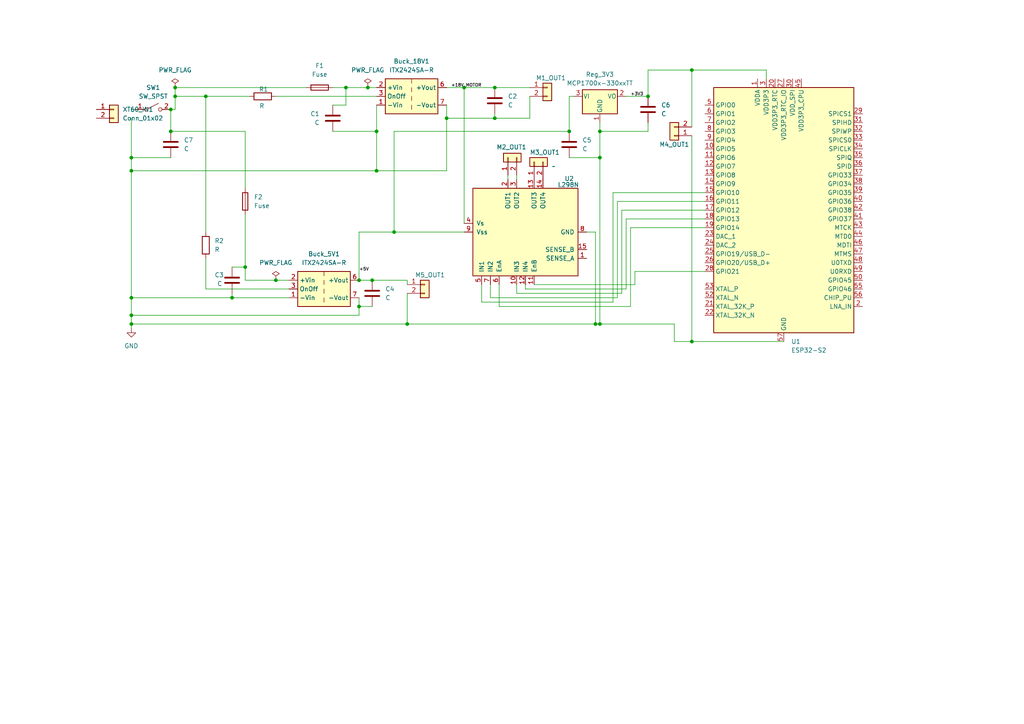
<source format=kicad_sch>
(kicad_sch
	(version 20250114)
	(generator "eeschema")
	(generator_version "9.0")
	(uuid "9b821f8c-883a-4787-9f5f-6346675a8058")
	(paper "A4")
	(lib_symbols
		(symbol "Connector_Generic:Conn_01x02"
			(pin_names
				(offset 1.016)
				(hide yes)
			)
			(exclude_from_sim no)
			(in_bom yes)
			(on_board yes)
			(property "Reference" "J"
				(at 0 2.54 0)
				(effects
					(font
						(size 1.27 1.27)
					)
				)
			)
			(property "Value" "Conn_01x02"
				(at 0 -5.08 0)
				(effects
					(font
						(size 1.27 1.27)
					)
				)
			)
			(property "Footprint" ""
				(at 0 0 0)
				(effects
					(font
						(size 1.27 1.27)
					)
					(hide yes)
				)
			)
			(property "Datasheet" "~"
				(at 0 0 0)
				(effects
					(font
						(size 1.27 1.27)
					)
					(hide yes)
				)
			)
			(property "Description" "Generic connector, single row, 01x02, script generated (kicad-library-utils/schlib/autogen/connector/)"
				(at 0 0 0)
				(effects
					(font
						(size 1.27 1.27)
					)
					(hide yes)
				)
			)
			(property "ki_keywords" "connector"
				(at 0 0 0)
				(effects
					(font
						(size 1.27 1.27)
					)
					(hide yes)
				)
			)
			(property "ki_fp_filters" "Connector*:*_1x??_*"
				(at 0 0 0)
				(effects
					(font
						(size 1.27 1.27)
					)
					(hide yes)
				)
			)
			(symbol "Conn_01x02_1_1"
				(rectangle
					(start -1.27 1.27)
					(end 1.27 -3.81)
					(stroke
						(width 0.254)
						(type default)
					)
					(fill
						(type background)
					)
				)
				(rectangle
					(start -1.27 0.127)
					(end 0 -0.127)
					(stroke
						(width 0.1524)
						(type default)
					)
					(fill
						(type none)
					)
				)
				(rectangle
					(start -1.27 -2.413)
					(end 0 -2.667)
					(stroke
						(width 0.1524)
						(type default)
					)
					(fill
						(type none)
					)
				)
				(pin passive line
					(at -5.08 0 0)
					(length 3.81)
					(name "Pin_1"
						(effects
							(font
								(size 1.27 1.27)
							)
						)
					)
					(number "1"
						(effects
							(font
								(size 1.27 1.27)
							)
						)
					)
				)
				(pin passive line
					(at -5.08 -2.54 0)
					(length 3.81)
					(name "Pin_2"
						(effects
							(font
								(size 1.27 1.27)
							)
						)
					)
					(number "2"
						(effects
							(font
								(size 1.27 1.27)
							)
						)
					)
				)
			)
			(embedded_fonts no)
		)
		(symbol "Converter_DCDC:ITX2424SA-R"
			(exclude_from_sim no)
			(in_bom yes)
			(on_board yes)
			(property "Reference" "PS"
				(at -7.62 6.35 0)
				(effects
					(font
						(size 1.27 1.27)
					)
					(justify left)
				)
			)
			(property "Value" "ITX2424SA-R"
				(at 1.27 6.35 0)
				(effects
					(font
						(size 1.27 1.27)
					)
					(justify left)
				)
			)
			(property "Footprint" "Converter_DCDC:Converter_DCDC_XP_POWER-ITxxxxxS_THT"
				(at -26.67 -6.35 0)
				(effects
					(font
						(size 1.27 1.27)
					)
					(justify left)
					(hide yes)
				)
			)
			(property "Datasheet" "https://www.xppower.com/pdfs/SF_ITX.pdf"
				(at 26.67 -7.62 0)
				(effects
					(font
						(size 1.27 1.27)
					)
					(justify left)
					(hide yes)
				)
			)
			(property "Description" "XP Power 6W, 1000 VDC Isolated DC/DC Converter Module, Remote Control, Fully Regulated Single Output Voltage 24V, ±250mA, 24V Input Voltage, SIP"
				(at 0 0 0)
				(effects
					(font
						(size 1.27 1.27)
					)
					(hide yes)
				)
			)
			(property "ki_keywords" "XP_POWER DC/DC isolated Converter module"
				(at 0 0 0)
				(effects
					(font
						(size 1.27 1.27)
					)
					(hide yes)
				)
			)
			(property "ki_fp_filters" "*XP?POWER?ITxxxxx*"
				(at 0 0 0)
				(effects
					(font
						(size 1.27 1.27)
					)
					(hide yes)
				)
			)
			(symbol "ITX2424SA-R_0_0"
				(pin power_in line
					(at -10.16 2.54 0)
					(length 2.54)
					(name "+Vin"
						(effects
							(font
								(size 1.27 1.27)
							)
						)
					)
					(number "2"
						(effects
							(font
								(size 1.27 1.27)
							)
						)
					)
				)
				(pin input line
					(at -10.16 0 0)
					(length 2.54)
					(name "OnOff"
						(effects
							(font
								(size 1.27 1.27)
							)
						)
					)
					(number "3"
						(effects
							(font
								(size 1.27 1.27)
							)
						)
					)
				)
				(pin power_in line
					(at -10.16 -2.54 0)
					(length 2.54)
					(name "-Vin"
						(effects
							(font
								(size 1.27 1.27)
							)
						)
					)
					(number "1"
						(effects
							(font
								(size 1.27 1.27)
							)
						)
					)
				)
				(pin no_connect line
					(at 0 5.08 270)
					(length 2.54)
					(hide yes)
					(name "NC"
						(effects
							(font
								(size 1.27 1.27)
							)
						)
					)
					(number "5"
						(effects
							(font
								(size 1.27 1.27)
							)
						)
					)
				)
				(pin no_connect line
					(at 7.62 0 180)
					(length 2.54)
					(hide yes)
					(name "NC"
						(effects
							(font
								(size 1.27 1.27)
							)
						)
					)
					(number "8"
						(effects
							(font
								(size 1.27 1.27)
							)
						)
					)
				)
				(pin power_out line
					(at 10.16 2.54 180)
					(length 2.54)
					(name "+Vout"
						(effects
							(font
								(size 1.27 1.27)
							)
						)
					)
					(number "6"
						(effects
							(font
								(size 1.27 1.27)
							)
						)
					)
				)
				(pin power_out line
					(at 10.16 -2.54 180)
					(length 2.54)
					(name "-Vout"
						(effects
							(font
								(size 1.27 1.27)
							)
						)
					)
					(number "7"
						(effects
							(font
								(size 1.27 1.27)
							)
						)
					)
				)
			)
			(symbol "ITX2424SA-R_0_1"
				(rectangle
					(start -7.62 5.08)
					(end 7.62 -5.08)
					(stroke
						(width 0.254)
						(type default)
					)
					(fill
						(type background)
					)
				)
				(polyline
					(pts
						(xy 0 5.08) (xy 0 3.81)
					)
					(stroke
						(width 0)
						(type default)
					)
					(fill
						(type none)
					)
				)
				(polyline
					(pts
						(xy 0 2.54) (xy 0 1.27)
					)
					(stroke
						(width 0)
						(type default)
					)
					(fill
						(type none)
					)
				)
				(polyline
					(pts
						(xy 0 0) (xy 0 -1.27)
					)
					(stroke
						(width 0)
						(type default)
					)
					(fill
						(type none)
					)
				)
				(polyline
					(pts
						(xy 0 -2.54) (xy 0 -3.81)
					)
					(stroke
						(width 0)
						(type default)
					)
					(fill
						(type none)
					)
				)
			)
			(embedded_fonts no)
		)
		(symbol "Device:C"
			(pin_numbers
				(hide yes)
			)
			(pin_names
				(offset 0.254)
			)
			(exclude_from_sim no)
			(in_bom yes)
			(on_board yes)
			(property "Reference" "C"
				(at 0.635 2.54 0)
				(effects
					(font
						(size 1.27 1.27)
					)
					(justify left)
				)
			)
			(property "Value" "C"
				(at 0.635 -2.54 0)
				(effects
					(font
						(size 1.27 1.27)
					)
					(justify left)
				)
			)
			(property "Footprint" ""
				(at 0.9652 -3.81 0)
				(effects
					(font
						(size 1.27 1.27)
					)
					(hide yes)
				)
			)
			(property "Datasheet" "~"
				(at 0 0 0)
				(effects
					(font
						(size 1.27 1.27)
					)
					(hide yes)
				)
			)
			(property "Description" "Unpolarized capacitor"
				(at 0 0 0)
				(effects
					(font
						(size 1.27 1.27)
					)
					(hide yes)
				)
			)
			(property "ki_keywords" "cap capacitor"
				(at 0 0 0)
				(effects
					(font
						(size 1.27 1.27)
					)
					(hide yes)
				)
			)
			(property "ki_fp_filters" "C_*"
				(at 0 0 0)
				(effects
					(font
						(size 1.27 1.27)
					)
					(hide yes)
				)
			)
			(symbol "C_0_1"
				(polyline
					(pts
						(xy -2.032 0.762) (xy 2.032 0.762)
					)
					(stroke
						(width 0.508)
						(type default)
					)
					(fill
						(type none)
					)
				)
				(polyline
					(pts
						(xy -2.032 -0.762) (xy 2.032 -0.762)
					)
					(stroke
						(width 0.508)
						(type default)
					)
					(fill
						(type none)
					)
				)
			)
			(symbol "C_1_1"
				(pin passive line
					(at 0 3.81 270)
					(length 2.794)
					(name "~"
						(effects
							(font
								(size 1.27 1.27)
							)
						)
					)
					(number "1"
						(effects
							(font
								(size 1.27 1.27)
							)
						)
					)
				)
				(pin passive line
					(at 0 -3.81 90)
					(length 2.794)
					(name "~"
						(effects
							(font
								(size 1.27 1.27)
							)
						)
					)
					(number "2"
						(effects
							(font
								(size 1.27 1.27)
							)
						)
					)
				)
			)
			(embedded_fonts no)
		)
		(symbol "Device:Fuse"
			(pin_numbers
				(hide yes)
			)
			(pin_names
				(offset 0)
			)
			(exclude_from_sim no)
			(in_bom yes)
			(on_board yes)
			(property "Reference" "F"
				(at 2.032 0 90)
				(effects
					(font
						(size 1.27 1.27)
					)
				)
			)
			(property "Value" "Fuse"
				(at -1.905 0 90)
				(effects
					(font
						(size 1.27 1.27)
					)
				)
			)
			(property "Footprint" ""
				(at -1.778 0 90)
				(effects
					(font
						(size 1.27 1.27)
					)
					(hide yes)
				)
			)
			(property "Datasheet" "~"
				(at 0 0 0)
				(effects
					(font
						(size 1.27 1.27)
					)
					(hide yes)
				)
			)
			(property "Description" "Fuse"
				(at 0 0 0)
				(effects
					(font
						(size 1.27 1.27)
					)
					(hide yes)
				)
			)
			(property "ki_keywords" "fuse"
				(at 0 0 0)
				(effects
					(font
						(size 1.27 1.27)
					)
					(hide yes)
				)
			)
			(property "ki_fp_filters" "*Fuse*"
				(at 0 0 0)
				(effects
					(font
						(size 1.27 1.27)
					)
					(hide yes)
				)
			)
			(symbol "Fuse_0_1"
				(rectangle
					(start -0.762 -2.54)
					(end 0.762 2.54)
					(stroke
						(width 0.254)
						(type default)
					)
					(fill
						(type none)
					)
				)
				(polyline
					(pts
						(xy 0 2.54) (xy 0 -2.54)
					)
					(stroke
						(width 0)
						(type default)
					)
					(fill
						(type none)
					)
				)
			)
			(symbol "Fuse_1_1"
				(pin passive line
					(at 0 3.81 270)
					(length 1.27)
					(name "~"
						(effects
							(font
								(size 1.27 1.27)
							)
						)
					)
					(number "1"
						(effects
							(font
								(size 1.27 1.27)
							)
						)
					)
				)
				(pin passive line
					(at 0 -3.81 90)
					(length 1.27)
					(name "~"
						(effects
							(font
								(size 1.27 1.27)
							)
						)
					)
					(number "2"
						(effects
							(font
								(size 1.27 1.27)
							)
						)
					)
				)
			)
			(embedded_fonts no)
		)
		(symbol "Device:R"
			(pin_numbers
				(hide yes)
			)
			(pin_names
				(offset 0)
			)
			(exclude_from_sim no)
			(in_bom yes)
			(on_board yes)
			(property "Reference" "R"
				(at 2.032 0 90)
				(effects
					(font
						(size 1.27 1.27)
					)
				)
			)
			(property "Value" "R"
				(at 0 0 90)
				(effects
					(font
						(size 1.27 1.27)
					)
				)
			)
			(property "Footprint" ""
				(at -1.778 0 90)
				(effects
					(font
						(size 1.27 1.27)
					)
					(hide yes)
				)
			)
			(property "Datasheet" "~"
				(at 0 0 0)
				(effects
					(font
						(size 1.27 1.27)
					)
					(hide yes)
				)
			)
			(property "Description" "Resistor"
				(at 0 0 0)
				(effects
					(font
						(size 1.27 1.27)
					)
					(hide yes)
				)
			)
			(property "ki_keywords" "R res resistor"
				(at 0 0 0)
				(effects
					(font
						(size 1.27 1.27)
					)
					(hide yes)
				)
			)
			(property "ki_fp_filters" "R_*"
				(at 0 0 0)
				(effects
					(font
						(size 1.27 1.27)
					)
					(hide yes)
				)
			)
			(symbol "R_0_1"
				(rectangle
					(start -1.016 -2.54)
					(end 1.016 2.54)
					(stroke
						(width 0.254)
						(type default)
					)
					(fill
						(type none)
					)
				)
			)
			(symbol "R_1_1"
				(pin passive line
					(at 0 3.81 270)
					(length 1.27)
					(name "~"
						(effects
							(font
								(size 1.27 1.27)
							)
						)
					)
					(number "1"
						(effects
							(font
								(size 1.27 1.27)
							)
						)
					)
				)
				(pin passive line
					(at 0 -3.81 90)
					(length 1.27)
					(name "~"
						(effects
							(font
								(size 1.27 1.27)
							)
						)
					)
					(number "2"
						(effects
							(font
								(size 1.27 1.27)
							)
						)
					)
				)
			)
			(embedded_fonts no)
		)
		(symbol "Driver_Motor:L298N"
			(pin_names
				(offset 1.016)
			)
			(exclude_from_sim no)
			(in_bom yes)
			(on_board yes)
			(property "Reference" "U"
				(at -10.16 16.51 0)
				(effects
					(font
						(size 1.27 1.27)
					)
					(justify right)
				)
			)
			(property "Value" "L298N"
				(at 12.7 16.51 0)
				(effects
					(font
						(size 1.27 1.27)
					)
					(justify right)
				)
			)
			(property "Footprint" "Package_TO_SOT_THT:TO-220-15_P2.54x2.54mm_StaggerOdd_Lead4.58mm_Vertical"
				(at 1.27 -16.51 0)
				(effects
					(font
						(size 1.27 1.27)
					)
					(justify left)
					(hide yes)
				)
			)
			(property "Datasheet" "http://www.st.com/st-web-ui/static/active/en/resource/technical/document/datasheet/CD00000240.pdf"
				(at 3.81 6.35 0)
				(effects
					(font
						(size 1.27 1.27)
					)
					(hide yes)
				)
			)
			(property "Description" "Dual full bridge motor driver, up to 46V, 4A, Multiwatt15-V"
				(at 0 0 0)
				(effects
					(font
						(size 1.27 1.27)
					)
					(hide yes)
				)
			)
			(property "ki_keywords" "H-bridge motor driver"
				(at 0 0 0)
				(effects
					(font
						(size 1.27 1.27)
					)
					(hide yes)
				)
			)
			(property "ki_fp_filters" "TO?220*StaggerOdd*Vertical*"
				(at 0 0 0)
				(effects
					(font
						(size 1.27 1.27)
					)
					(hide yes)
				)
			)
			(symbol "L298N_0_1"
				(rectangle
					(start -12.7 15.24)
					(end 12.7 -15.24)
					(stroke
						(width 0.254)
						(type default)
					)
					(fill
						(type background)
					)
				)
			)
			(symbol "L298N_1_1"
				(pin input line
					(at -15.24 12.7 0)
					(length 2.54)
					(name "IN1"
						(effects
							(font
								(size 1.27 1.27)
							)
						)
					)
					(number "5"
						(effects
							(font
								(size 1.27 1.27)
							)
						)
					)
				)
				(pin input line
					(at -15.24 10.16 0)
					(length 2.54)
					(name "IN2"
						(effects
							(font
								(size 1.27 1.27)
							)
						)
					)
					(number "7"
						(effects
							(font
								(size 1.27 1.27)
							)
						)
					)
				)
				(pin input line
					(at -15.24 7.62 0)
					(length 2.54)
					(name "EnA"
						(effects
							(font
								(size 1.27 1.27)
							)
						)
					)
					(number "6"
						(effects
							(font
								(size 1.27 1.27)
							)
						)
					)
				)
				(pin input line
					(at -15.24 2.54 0)
					(length 2.54)
					(name "IN3"
						(effects
							(font
								(size 1.27 1.27)
							)
						)
					)
					(number "10"
						(effects
							(font
								(size 1.27 1.27)
							)
						)
					)
				)
				(pin input line
					(at -15.24 0 0)
					(length 2.54)
					(name "IN4"
						(effects
							(font
								(size 1.27 1.27)
							)
						)
					)
					(number "12"
						(effects
							(font
								(size 1.27 1.27)
							)
						)
					)
				)
				(pin input line
					(at -15.24 -2.54 0)
					(length 2.54)
					(name "EnB"
						(effects
							(font
								(size 1.27 1.27)
							)
						)
					)
					(number "11"
						(effects
							(font
								(size 1.27 1.27)
							)
						)
					)
				)
				(pin power_in line
					(at -7.62 -17.78 90)
					(length 2.54)
					(name "SENSE_A"
						(effects
							(font
								(size 1.27 1.27)
							)
						)
					)
					(number "1"
						(effects
							(font
								(size 1.27 1.27)
							)
						)
					)
				)
				(pin power_in line
					(at -5.08 -17.78 90)
					(length 2.54)
					(name "SENSE_B"
						(effects
							(font
								(size 1.27 1.27)
							)
						)
					)
					(number "15"
						(effects
							(font
								(size 1.27 1.27)
							)
						)
					)
				)
				(pin power_in line
					(at 0 17.78 270)
					(length 2.54)
					(name "Vss"
						(effects
							(font
								(size 1.27 1.27)
							)
						)
					)
					(number "9"
						(effects
							(font
								(size 1.27 1.27)
							)
						)
					)
				)
				(pin power_in line
					(at 0 -17.78 90)
					(length 2.54)
					(name "GND"
						(effects
							(font
								(size 1.27 1.27)
							)
						)
					)
					(number "8"
						(effects
							(font
								(size 1.27 1.27)
							)
						)
					)
				)
				(pin power_in line
					(at 2.54 17.78 270)
					(length 2.54)
					(name "Vs"
						(effects
							(font
								(size 1.27 1.27)
							)
						)
					)
					(number "4"
						(effects
							(font
								(size 1.27 1.27)
							)
						)
					)
				)
				(pin output line
					(at 15.24 5.08 180)
					(length 2.54)
					(name "OUT1"
						(effects
							(font
								(size 1.27 1.27)
							)
						)
					)
					(number "2"
						(effects
							(font
								(size 1.27 1.27)
							)
						)
					)
				)
				(pin output line
					(at 15.24 2.54 180)
					(length 2.54)
					(name "OUT2"
						(effects
							(font
								(size 1.27 1.27)
							)
						)
					)
					(number "3"
						(effects
							(font
								(size 1.27 1.27)
							)
						)
					)
				)
				(pin output line
					(at 15.24 -2.54 180)
					(length 2.54)
					(name "OUT3"
						(effects
							(font
								(size 1.27 1.27)
							)
						)
					)
					(number "13"
						(effects
							(font
								(size 1.27 1.27)
							)
						)
					)
				)
				(pin output line
					(at 15.24 -5.08 180)
					(length 2.54)
					(name "OUT4"
						(effects
							(font
								(size 1.27 1.27)
							)
						)
					)
					(number "14"
						(effects
							(font
								(size 1.27 1.27)
							)
						)
					)
				)
			)
			(embedded_fonts no)
		)
		(symbol "MCU_Espressif:ESP32-S2"
			(exclude_from_sim no)
			(in_bom yes)
			(on_board yes)
			(property "Reference" "U"
				(at 12.7 -38.1 0)
				(effects
					(font
						(size 1.27 1.27)
					)
				)
			)
			(property "Value" "ESP32-S2"
				(at 16.51 -40.64 0)
				(effects
					(font
						(size 1.27 1.27)
					)
				)
			)
			(property "Footprint" "Package_DFN_QFN:QFN-56-1EP_7x7mm_P0.4mm_EP4x4mm"
				(at 2.54 -48.26 0)
				(effects
					(font
						(size 1.27 1.27)
					)
					(justify left)
					(hide yes)
				)
			)
			(property "Datasheet" "https://www.espressif.com/sites/default/files/documentation/esp32-s2_datasheet_en.pdf"
				(at 2.54 -45.72 0)
				(effects
					(font
						(size 1.27 1.27)
					)
					(justify left)
					(hide yes)
				)
			)
			(property "Description" "Microcontroller, Wi-Fi 802.11b/g/n, Bluetooth, 32bit"
				(at 0 0 0)
				(effects
					(font
						(size 1.27 1.27)
					)
					(hide yes)
				)
			)
			(property "ki_keywords" "Microcontroller Wi-Fi BT ESP ESP32 Espressif"
				(at 0 0 0)
				(effects
					(font
						(size 1.27 1.27)
					)
					(hide yes)
				)
			)
			(property "ki_fp_filters" "QFN*1EP*7x7mm*P0.4mm*"
				(at 0 0 0)
				(effects
					(font
						(size 1.27 1.27)
					)
					(hide yes)
				)
			)
			(symbol "ESP32-S2_0_1"
				(rectangle
					(start -20.32 35.56)
					(end 20.32 -35.56)
					(stroke
						(width 0.254)
						(type default)
					)
					(fill
						(type background)
					)
				)
			)
			(symbol "ESP32-S2_1_1"
				(pin bidirectional line
					(at -22.86 30.48 0)
					(length 2.54)
					(name "GPIO0"
						(effects
							(font
								(size 1.27 1.27)
							)
						)
					)
					(number "5"
						(effects
							(font
								(size 1.27 1.27)
							)
						)
					)
				)
				(pin bidirectional line
					(at -22.86 27.94 0)
					(length 2.54)
					(name "GPIO1"
						(effects
							(font
								(size 1.27 1.27)
							)
						)
					)
					(number "6"
						(effects
							(font
								(size 1.27 1.27)
							)
						)
					)
				)
				(pin bidirectional line
					(at -22.86 25.4 0)
					(length 2.54)
					(name "GPIO2"
						(effects
							(font
								(size 1.27 1.27)
							)
						)
					)
					(number "7"
						(effects
							(font
								(size 1.27 1.27)
							)
						)
					)
				)
				(pin bidirectional line
					(at -22.86 22.86 0)
					(length 2.54)
					(name "GPIO3"
						(effects
							(font
								(size 1.27 1.27)
							)
						)
					)
					(number "8"
						(effects
							(font
								(size 1.27 1.27)
							)
						)
					)
				)
				(pin bidirectional line
					(at -22.86 20.32 0)
					(length 2.54)
					(name "GPIO4"
						(effects
							(font
								(size 1.27 1.27)
							)
						)
					)
					(number "9"
						(effects
							(font
								(size 1.27 1.27)
							)
						)
					)
				)
				(pin bidirectional line
					(at -22.86 17.78 0)
					(length 2.54)
					(name "GPIO5"
						(effects
							(font
								(size 1.27 1.27)
							)
						)
					)
					(number "10"
						(effects
							(font
								(size 1.27 1.27)
							)
						)
					)
				)
				(pin bidirectional line
					(at -22.86 15.24 0)
					(length 2.54)
					(name "GPIO6"
						(effects
							(font
								(size 1.27 1.27)
							)
						)
					)
					(number "11"
						(effects
							(font
								(size 1.27 1.27)
							)
						)
					)
				)
				(pin bidirectional line
					(at -22.86 12.7 0)
					(length 2.54)
					(name "GPIO7"
						(effects
							(font
								(size 1.27 1.27)
							)
						)
					)
					(number "12"
						(effects
							(font
								(size 1.27 1.27)
							)
						)
					)
				)
				(pin bidirectional line
					(at -22.86 10.16 0)
					(length 2.54)
					(name "GPIO8"
						(effects
							(font
								(size 1.27 1.27)
							)
						)
					)
					(number "13"
						(effects
							(font
								(size 1.27 1.27)
							)
						)
					)
				)
				(pin bidirectional line
					(at -22.86 7.62 0)
					(length 2.54)
					(name "GPIO9"
						(effects
							(font
								(size 1.27 1.27)
							)
						)
					)
					(number "14"
						(effects
							(font
								(size 1.27 1.27)
							)
						)
					)
				)
				(pin bidirectional line
					(at -22.86 5.08 0)
					(length 2.54)
					(name "GPIO10"
						(effects
							(font
								(size 1.27 1.27)
							)
						)
					)
					(number "15"
						(effects
							(font
								(size 1.27 1.27)
							)
						)
					)
				)
				(pin bidirectional line
					(at -22.86 2.54 0)
					(length 2.54)
					(name "GPIO11"
						(effects
							(font
								(size 1.27 1.27)
							)
						)
					)
					(number "16"
						(effects
							(font
								(size 1.27 1.27)
							)
						)
					)
				)
				(pin bidirectional line
					(at -22.86 0 0)
					(length 2.54)
					(name "GPIO12"
						(effects
							(font
								(size 1.27 1.27)
							)
						)
					)
					(number "17"
						(effects
							(font
								(size 1.27 1.27)
							)
						)
					)
				)
				(pin bidirectional line
					(at -22.86 -2.54 0)
					(length 2.54)
					(name "GPIO13"
						(effects
							(font
								(size 1.27 1.27)
							)
						)
					)
					(number "18"
						(effects
							(font
								(size 1.27 1.27)
							)
						)
					)
				)
				(pin bidirectional line
					(at -22.86 -5.08 0)
					(length 2.54)
					(name "GPIO14"
						(effects
							(font
								(size 1.27 1.27)
							)
						)
					)
					(number "19"
						(effects
							(font
								(size 1.27 1.27)
							)
						)
					)
				)
				(pin bidirectional line
					(at -22.86 -7.62 0)
					(length 2.54)
					(name "DAC_1"
						(effects
							(font
								(size 1.27 1.27)
							)
						)
					)
					(number "23"
						(effects
							(font
								(size 1.27 1.27)
							)
						)
					)
				)
				(pin bidirectional line
					(at -22.86 -10.16 0)
					(length 2.54)
					(name "DAC_2"
						(effects
							(font
								(size 1.27 1.27)
							)
						)
					)
					(number "24"
						(effects
							(font
								(size 1.27 1.27)
							)
						)
					)
				)
				(pin bidirectional line
					(at -22.86 -12.7 0)
					(length 2.54)
					(name "GPIO19/USB_D-"
						(effects
							(font
								(size 1.27 1.27)
							)
						)
					)
					(number "25"
						(effects
							(font
								(size 1.27 1.27)
							)
						)
					)
				)
				(pin bidirectional line
					(at -22.86 -15.24 0)
					(length 2.54)
					(name "GPIO20/USB_D+"
						(effects
							(font
								(size 1.27 1.27)
							)
						)
					)
					(number "26"
						(effects
							(font
								(size 1.27 1.27)
							)
						)
					)
				)
				(pin bidirectional line
					(at -22.86 -17.78 0)
					(length 2.54)
					(name "GPIO21"
						(effects
							(font
								(size 1.27 1.27)
							)
						)
					)
					(number "28"
						(effects
							(font
								(size 1.27 1.27)
							)
						)
					)
				)
				(pin input line
					(at -22.86 -22.86 0)
					(length 2.54)
					(name "XTAL_P"
						(effects
							(font
								(size 1.27 1.27)
							)
						)
					)
					(number "53"
						(effects
							(font
								(size 1.27 1.27)
							)
						)
					)
				)
				(pin output line
					(at -22.86 -25.4 0)
					(length 2.54)
					(name "XTAL_N"
						(effects
							(font
								(size 1.27 1.27)
							)
						)
					)
					(number "52"
						(effects
							(font
								(size 1.27 1.27)
							)
						)
					)
				)
				(pin passive line
					(at -22.86 -27.94 0)
					(length 2.54)
					(name "XTAL_32K_P"
						(effects
							(font
								(size 1.27 1.27)
							)
						)
					)
					(number "21"
						(effects
							(font
								(size 1.27 1.27)
							)
						)
					)
				)
				(pin passive line
					(at -22.86 -30.48 0)
					(length 2.54)
					(name "XTAL_32K_N"
						(effects
							(font
								(size 1.27 1.27)
							)
						)
					)
					(number "22"
						(effects
							(font
								(size 1.27 1.27)
							)
						)
					)
				)
				(pin power_in line
					(at -7.62 38.1 270)
					(length 2.54)
					(name "VDDA"
						(effects
							(font
								(size 1.27 1.27)
							)
						)
					)
					(number "1"
						(effects
							(font
								(size 1.27 1.27)
							)
						)
					)
				)
				(pin passive line
					(at -7.62 38.1 270)
					(length 2.54)
					(hide yes)
					(name "VDDA"
						(effects
							(font
								(size 1.27 1.27)
							)
						)
					)
					(number "51"
						(effects
							(font
								(size 1.27 1.27)
							)
						)
					)
				)
				(pin passive line
					(at -7.62 38.1 270)
					(length 2.54)
					(hide yes)
					(name "VDDA"
						(effects
							(font
								(size 1.27 1.27)
							)
						)
					)
					(number "54"
						(effects
							(font
								(size 1.27 1.27)
							)
						)
					)
				)
				(pin power_in line
					(at -5.08 38.1 270)
					(length 2.54)
					(name "VDD3P3"
						(effects
							(font
								(size 1.27 1.27)
							)
						)
					)
					(number "3"
						(effects
							(font
								(size 1.27 1.27)
							)
						)
					)
				)
				(pin passive line
					(at -5.08 38.1 270)
					(length 2.54)
					(hide yes)
					(name "VDD3P3"
						(effects
							(font
								(size 1.27 1.27)
							)
						)
					)
					(number "4"
						(effects
							(font
								(size 1.27 1.27)
							)
						)
					)
				)
				(pin power_in line
					(at -2.54 38.1 270)
					(length 2.54)
					(name "VDD3P3_RTC"
						(effects
							(font
								(size 1.27 1.27)
							)
						)
					)
					(number "20"
						(effects
							(font
								(size 1.27 1.27)
							)
						)
					)
				)
				(pin power_in line
					(at 0 38.1 270)
					(length 2.54)
					(name "VDD3P3_RTC_IO"
						(effects
							(font
								(size 1.27 1.27)
							)
						)
					)
					(number "27"
						(effects
							(font
								(size 1.27 1.27)
							)
						)
					)
				)
				(pin power_in line
					(at 0 -38.1 90)
					(length 2.54)
					(name "GND"
						(effects
							(font
								(size 1.27 1.27)
							)
						)
					)
					(number "57"
						(effects
							(font
								(size 1.27 1.27)
							)
						)
					)
				)
				(pin power_out line
					(at 2.54 38.1 270)
					(length 2.54)
					(name "VDD_SPI"
						(effects
							(font
								(size 1.27 1.27)
							)
						)
					)
					(number "30"
						(effects
							(font
								(size 1.27 1.27)
							)
						)
					)
				)
				(pin power_in line
					(at 5.08 38.1 270)
					(length 2.54)
					(name "VDD3P3_CPU"
						(effects
							(font
								(size 1.27 1.27)
							)
						)
					)
					(number "45"
						(effects
							(font
								(size 1.27 1.27)
							)
						)
					)
				)
				(pin bidirectional line
					(at 22.86 27.94 180)
					(length 2.54)
					(name "SPICS1"
						(effects
							(font
								(size 1.27 1.27)
							)
						)
					)
					(number "29"
						(effects
							(font
								(size 1.27 1.27)
							)
						)
					)
				)
				(pin bidirectional line
					(at 22.86 25.4 180)
					(length 2.54)
					(name "SPIHD"
						(effects
							(font
								(size 1.27 1.27)
							)
						)
					)
					(number "31"
						(effects
							(font
								(size 1.27 1.27)
							)
						)
					)
				)
				(pin bidirectional line
					(at 22.86 22.86 180)
					(length 2.54)
					(name "SPIWP"
						(effects
							(font
								(size 1.27 1.27)
							)
						)
					)
					(number "32"
						(effects
							(font
								(size 1.27 1.27)
							)
						)
					)
				)
				(pin bidirectional line
					(at 22.86 20.32 180)
					(length 2.54)
					(name "SPICS0"
						(effects
							(font
								(size 1.27 1.27)
							)
						)
					)
					(number "33"
						(effects
							(font
								(size 1.27 1.27)
							)
						)
					)
				)
				(pin bidirectional line
					(at 22.86 17.78 180)
					(length 2.54)
					(name "SPICLK"
						(effects
							(font
								(size 1.27 1.27)
							)
						)
					)
					(number "34"
						(effects
							(font
								(size 1.27 1.27)
							)
						)
					)
				)
				(pin bidirectional line
					(at 22.86 15.24 180)
					(length 2.54)
					(name "SPIQ"
						(effects
							(font
								(size 1.27 1.27)
							)
						)
					)
					(number "35"
						(effects
							(font
								(size 1.27 1.27)
							)
						)
					)
				)
				(pin bidirectional line
					(at 22.86 12.7 180)
					(length 2.54)
					(name "SPID"
						(effects
							(font
								(size 1.27 1.27)
							)
						)
					)
					(number "36"
						(effects
							(font
								(size 1.27 1.27)
							)
						)
					)
				)
				(pin bidirectional line
					(at 22.86 10.16 180)
					(length 2.54)
					(name "GPIO33"
						(effects
							(font
								(size 1.27 1.27)
							)
						)
					)
					(number "37"
						(effects
							(font
								(size 1.27 1.27)
							)
						)
					)
				)
				(pin bidirectional line
					(at 22.86 7.62 180)
					(length 2.54)
					(name "GPIO34"
						(effects
							(font
								(size 1.27 1.27)
							)
						)
					)
					(number "38"
						(effects
							(font
								(size 1.27 1.27)
							)
						)
					)
				)
				(pin bidirectional line
					(at 22.86 5.08 180)
					(length 2.54)
					(name "GPIO35"
						(effects
							(font
								(size 1.27 1.27)
							)
						)
					)
					(number "39"
						(effects
							(font
								(size 1.27 1.27)
							)
						)
					)
				)
				(pin bidirectional line
					(at 22.86 2.54 180)
					(length 2.54)
					(name "GPIO36"
						(effects
							(font
								(size 1.27 1.27)
							)
						)
					)
					(number "40"
						(effects
							(font
								(size 1.27 1.27)
							)
						)
					)
				)
				(pin bidirectional line
					(at 22.86 0 180)
					(length 2.54)
					(name "GPIO38"
						(effects
							(font
								(size 1.27 1.27)
							)
						)
					)
					(number "42"
						(effects
							(font
								(size 1.27 1.27)
							)
						)
					)
				)
				(pin bidirectional line
					(at 22.86 -2.54 180)
					(length 2.54)
					(name "GPIO37"
						(effects
							(font
								(size 1.27 1.27)
							)
						)
					)
					(number "41"
						(effects
							(font
								(size 1.27 1.27)
							)
						)
					)
				)
				(pin bidirectional line
					(at 22.86 -5.08 180)
					(length 2.54)
					(name "MTCK"
						(effects
							(font
								(size 1.27 1.27)
							)
						)
					)
					(number "43"
						(effects
							(font
								(size 1.27 1.27)
							)
						)
					)
				)
				(pin bidirectional line
					(at 22.86 -7.62 180)
					(length 2.54)
					(name "MTD0"
						(effects
							(font
								(size 1.27 1.27)
							)
						)
					)
					(number "44"
						(effects
							(font
								(size 1.27 1.27)
							)
						)
					)
				)
				(pin bidirectional line
					(at 22.86 -10.16 180)
					(length 2.54)
					(name "MDTI"
						(effects
							(font
								(size 1.27 1.27)
							)
						)
					)
					(number "46"
						(effects
							(font
								(size 1.27 1.27)
							)
						)
					)
				)
				(pin bidirectional line
					(at 22.86 -12.7 180)
					(length 2.54)
					(name "MTMS"
						(effects
							(font
								(size 1.27 1.27)
							)
						)
					)
					(number "47"
						(effects
							(font
								(size 1.27 1.27)
							)
						)
					)
				)
				(pin bidirectional line
					(at 22.86 -15.24 180)
					(length 2.54)
					(name "U0TXD"
						(effects
							(font
								(size 1.27 1.27)
							)
						)
					)
					(number "48"
						(effects
							(font
								(size 1.27 1.27)
							)
						)
					)
				)
				(pin bidirectional line
					(at 22.86 -17.78 180)
					(length 2.54)
					(name "U0RXD"
						(effects
							(font
								(size 1.27 1.27)
							)
						)
					)
					(number "49"
						(effects
							(font
								(size 1.27 1.27)
							)
						)
					)
				)
				(pin bidirectional line
					(at 22.86 -20.32 180)
					(length 2.54)
					(name "GPIO45"
						(effects
							(font
								(size 1.27 1.27)
							)
						)
					)
					(number "50"
						(effects
							(font
								(size 1.27 1.27)
							)
						)
					)
				)
				(pin input line
					(at 22.86 -22.86 180)
					(length 2.54)
					(name "GPIO46"
						(effects
							(font
								(size 1.27 1.27)
							)
						)
					)
					(number "55"
						(effects
							(font
								(size 1.27 1.27)
							)
						)
					)
				)
				(pin input line
					(at 22.86 -25.4 180)
					(length 2.54)
					(name "CHIP_PU"
						(effects
							(font
								(size 1.27 1.27)
							)
						)
					)
					(number "56"
						(effects
							(font
								(size 1.27 1.27)
							)
						)
					)
				)
				(pin bidirectional line
					(at 22.86 -27.94 180)
					(length 2.54)
					(name "LNA_IN"
						(effects
							(font
								(size 1.27 1.27)
							)
						)
					)
					(number "2"
						(effects
							(font
								(size 1.27 1.27)
							)
						)
					)
				)
			)
			(embedded_fonts no)
		)
		(symbol "Regulator_Linear:MCP1700x-330xxTT"
			(pin_names
				(offset 0.254)
			)
			(exclude_from_sim no)
			(in_bom yes)
			(on_board yes)
			(property "Reference" "U"
				(at -3.81 3.175 0)
				(effects
					(font
						(size 1.27 1.27)
					)
				)
			)
			(property "Value" "MCP1700x-330xxTT"
				(at 0 3.175 0)
				(effects
					(font
						(size 1.27 1.27)
					)
					(justify left)
				)
			)
			(property "Footprint" "Package_TO_SOT_SMD:SOT-23"
				(at 0 5.715 0)
				(effects
					(font
						(size 1.27 1.27)
					)
					(hide yes)
				)
			)
			(property "Datasheet" "http://ww1.microchip.com/downloads/en/DeviceDoc/20001826D.pdf"
				(at 0 0 0)
				(effects
					(font
						(size 1.27 1.27)
					)
					(hide yes)
				)
			)
			(property "Description" "250mA Low Quiscent Current LDO, 3.3V output, SOT-23"
				(at 0 0 0)
				(effects
					(font
						(size 1.27 1.27)
					)
					(hide yes)
				)
			)
			(property "ki_keywords" "regulator linear ldo"
				(at 0 0 0)
				(effects
					(font
						(size 1.27 1.27)
					)
					(hide yes)
				)
			)
			(property "ki_fp_filters" "SOT?23*"
				(at 0 0 0)
				(effects
					(font
						(size 1.27 1.27)
					)
					(hide yes)
				)
			)
			(symbol "MCP1700x-330xxTT_0_1"
				(rectangle
					(start -5.08 1.905)
					(end 5.08 -5.08)
					(stroke
						(width 0.254)
						(type default)
					)
					(fill
						(type background)
					)
				)
			)
			(symbol "MCP1700x-330xxTT_1_1"
				(pin power_in line
					(at -7.62 0 0)
					(length 2.54)
					(name "VI"
						(effects
							(font
								(size 1.27 1.27)
							)
						)
					)
					(number "3"
						(effects
							(font
								(size 1.27 1.27)
							)
						)
					)
				)
				(pin power_in line
					(at 0 -7.62 90)
					(length 2.54)
					(name "GND"
						(effects
							(font
								(size 1.27 1.27)
							)
						)
					)
					(number "1"
						(effects
							(font
								(size 1.27 1.27)
							)
						)
					)
				)
				(pin power_out line
					(at 7.62 0 180)
					(length 2.54)
					(name "VO"
						(effects
							(font
								(size 1.27 1.27)
							)
						)
					)
					(number "2"
						(effects
							(font
								(size 1.27 1.27)
							)
						)
					)
				)
			)
			(embedded_fonts no)
		)
		(symbol "Switch:SW_SPST"
			(pin_names
				(offset 0)
				(hide yes)
			)
			(exclude_from_sim no)
			(in_bom yes)
			(on_board yes)
			(property "Reference" "SW"
				(at 0 3.175 0)
				(effects
					(font
						(size 1.27 1.27)
					)
				)
			)
			(property "Value" "SW_SPST"
				(at 0 -2.54 0)
				(effects
					(font
						(size 1.27 1.27)
					)
				)
			)
			(property "Footprint" ""
				(at 0 0 0)
				(effects
					(font
						(size 1.27 1.27)
					)
					(hide yes)
				)
			)
			(property "Datasheet" "~"
				(at 0 0 0)
				(effects
					(font
						(size 1.27 1.27)
					)
					(hide yes)
				)
			)
			(property "Description" "Single Pole Single Throw (SPST) switch"
				(at 0 0 0)
				(effects
					(font
						(size 1.27 1.27)
					)
					(hide yes)
				)
			)
			(property "ki_keywords" "switch lever"
				(at 0 0 0)
				(effects
					(font
						(size 1.27 1.27)
					)
					(hide yes)
				)
			)
			(symbol "SW_SPST_0_0"
				(circle
					(center -2.032 0)
					(radius 0.508)
					(stroke
						(width 0)
						(type default)
					)
					(fill
						(type none)
					)
				)
				(polyline
					(pts
						(xy -1.524 0.254) (xy 1.524 1.778)
					)
					(stroke
						(width 0)
						(type default)
					)
					(fill
						(type none)
					)
				)
				(circle
					(center 2.032 0)
					(radius 0.508)
					(stroke
						(width 0)
						(type default)
					)
					(fill
						(type none)
					)
				)
			)
			(symbol "SW_SPST_1_1"
				(pin passive line
					(at -5.08 0 0)
					(length 2.54)
					(name "A"
						(effects
							(font
								(size 1.27 1.27)
							)
						)
					)
					(number "1"
						(effects
							(font
								(size 1.27 1.27)
							)
						)
					)
				)
				(pin passive line
					(at 5.08 0 180)
					(length 2.54)
					(name "B"
						(effects
							(font
								(size 1.27 1.27)
							)
						)
					)
					(number "2"
						(effects
							(font
								(size 1.27 1.27)
							)
						)
					)
				)
			)
			(embedded_fonts no)
		)
		(symbol "power:GND"
			(power)
			(pin_numbers
				(hide yes)
			)
			(pin_names
				(offset 0)
				(hide yes)
			)
			(exclude_from_sim no)
			(in_bom yes)
			(on_board yes)
			(property "Reference" "#PWR"
				(at 0 -6.35 0)
				(effects
					(font
						(size 1.27 1.27)
					)
					(hide yes)
				)
			)
			(property "Value" "GND"
				(at 0 -3.81 0)
				(effects
					(font
						(size 1.27 1.27)
					)
				)
			)
			(property "Footprint" ""
				(at 0 0 0)
				(effects
					(font
						(size 1.27 1.27)
					)
					(hide yes)
				)
			)
			(property "Datasheet" ""
				(at 0 0 0)
				(effects
					(font
						(size 1.27 1.27)
					)
					(hide yes)
				)
			)
			(property "Description" "Power symbol creates a global label with name \"GND\" , ground"
				(at 0 0 0)
				(effects
					(font
						(size 1.27 1.27)
					)
					(hide yes)
				)
			)
			(property "ki_keywords" "global power"
				(at 0 0 0)
				(effects
					(font
						(size 1.27 1.27)
					)
					(hide yes)
				)
			)
			(symbol "GND_0_1"
				(polyline
					(pts
						(xy 0 0) (xy 0 -1.27) (xy 1.27 -1.27) (xy 0 -2.54) (xy -1.27 -1.27) (xy 0 -1.27)
					)
					(stroke
						(width 0)
						(type default)
					)
					(fill
						(type none)
					)
				)
			)
			(symbol "GND_1_1"
				(pin power_in line
					(at 0 0 270)
					(length 0)
					(name "~"
						(effects
							(font
								(size 1.27 1.27)
							)
						)
					)
					(number "1"
						(effects
							(font
								(size 1.27 1.27)
							)
						)
					)
				)
			)
			(embedded_fonts no)
		)
		(symbol "power:PWR_FLAG"
			(power)
			(pin_numbers
				(hide yes)
			)
			(pin_names
				(offset 0)
				(hide yes)
			)
			(exclude_from_sim no)
			(in_bom yes)
			(on_board yes)
			(property "Reference" "#FLG"
				(at 0 1.905 0)
				(effects
					(font
						(size 1.27 1.27)
					)
					(hide yes)
				)
			)
			(property "Value" "PWR_FLAG"
				(at 0 3.81 0)
				(effects
					(font
						(size 1.27 1.27)
					)
				)
			)
			(property "Footprint" ""
				(at 0 0 0)
				(effects
					(font
						(size 1.27 1.27)
					)
					(hide yes)
				)
			)
			(property "Datasheet" "~"
				(at 0 0 0)
				(effects
					(font
						(size 1.27 1.27)
					)
					(hide yes)
				)
			)
			(property "Description" "Special symbol for telling ERC where power comes from"
				(at 0 0 0)
				(effects
					(font
						(size 1.27 1.27)
					)
					(hide yes)
				)
			)
			(property "ki_keywords" "flag power"
				(at 0 0 0)
				(effects
					(font
						(size 1.27 1.27)
					)
					(hide yes)
				)
			)
			(symbol "PWR_FLAG_0_0"
				(pin power_out line
					(at 0 0 90)
					(length 0)
					(name "~"
						(effects
							(font
								(size 1.27 1.27)
							)
						)
					)
					(number "1"
						(effects
							(font
								(size 1.27 1.27)
							)
						)
					)
				)
			)
			(symbol "PWR_FLAG_0_1"
				(polyline
					(pts
						(xy 0 0) (xy 0 1.27) (xy -1.016 1.905) (xy 0 2.54) (xy 1.016 1.905) (xy 0 1.27)
					)
					(stroke
						(width 0)
						(type default)
					)
					(fill
						(type none)
					)
				)
			)
			(embedded_fonts no)
		)
	)
	(junction
		(at 71.12 77.47)
		(diameter 0)
		(color 0 0 0 0)
		(uuid "12a37a6d-3e73-44d4-b465-074465efed2c")
	)
	(junction
		(at 143.51 25.4)
		(diameter 0)
		(color 0 0 0 0)
		(uuid "15f839d0-e9ea-4440-a889-a6a801af00ad")
	)
	(junction
		(at 49.53 38.1)
		(diameter 0)
		(color 0 0 0 0)
		(uuid "1a94cb62-1538-480b-a821-7723cb5e16c7")
	)
	(junction
		(at 67.31 86.36)
		(diameter 0)
		(color 0 0 0 0)
		(uuid "1bb5daa4-d70f-466d-8749-6b9ac1a672d0")
	)
	(junction
		(at 109.22 49.53)
		(diameter 0)
		(color 0 0 0 0)
		(uuid "1eb6f3fb-e6dc-453d-b90b-e20b5fc9a984")
	)
	(junction
		(at 100.33 25.4)
		(diameter 0)
		(color 0 0 0 0)
		(uuid "2359e9d7-5348-4ad4-a9ed-0f070b41064a")
	)
	(junction
		(at 50.8 27.94)
		(diameter 0)
		(color 0 0 0 0)
		(uuid "276d7443-2723-41a5-8c3d-2b52b060450c")
	)
	(junction
		(at 38.1 93.98)
		(diameter 0)
		(color 0 0 0 0)
		(uuid "30a1f316-4954-4c58-8b28-b11b4e0bb816")
	)
	(junction
		(at 80.01 81.28)
		(diameter 0)
		(color 0 0 0 0)
		(uuid "33c891ae-3436-4341-8a06-e11100dbb237")
	)
	(junction
		(at 143.51 34.29)
		(diameter 0)
		(color 0 0 0 0)
		(uuid "3a130ee9-d7c3-446c-ad69-e6a6ad9b7db7")
	)
	(junction
		(at 50.8 25.4)
		(diameter 0)
		(color 0 0 0 0)
		(uuid "62a8be31-257a-4439-aa05-ebc31879ae1b")
	)
	(junction
		(at 173.99 93.98)
		(diameter 0)
		(color 0 0 0 0)
		(uuid "6c28c33c-f3e1-413f-a649-ceb486625760")
	)
	(junction
		(at 173.99 45.72)
		(diameter 0)
		(color 0 0 0 0)
		(uuid "734c47c5-79b0-4845-9c14-900f44965ca8")
	)
	(junction
		(at 49.53 31.75)
		(diameter 0)
		(color 0 0 0 0)
		(uuid "77feeaea-ac48-4a75-8eb9-b436a90203aa")
	)
	(junction
		(at 187.96 27.94)
		(diameter 0)
		(color 0 0 0 0)
		(uuid "78c5ee7e-a479-42ad-b1ce-4c23b892944e")
	)
	(junction
		(at 109.22 38.1)
		(diameter 0)
		(color 0 0 0 0)
		(uuid "87122db8-33a0-41a7-980b-5f185ae4f5a0")
	)
	(junction
		(at 106.68 25.4)
		(diameter 0)
		(color 0 0 0 0)
		(uuid "88bd0ff3-a0bc-443c-9f8d-c3c8ca075b30")
	)
	(junction
		(at 129.54 34.29)
		(diameter 0)
		(color 0 0 0 0)
		(uuid "8b8bd298-f17b-4cf9-bae0-2c2bddee3329")
	)
	(junction
		(at 59.69 27.94)
		(diameter 0)
		(color 0 0 0 0)
		(uuid "a098698e-26db-44c9-9f70-e9d51b4ad4a9")
	)
	(junction
		(at 200.66 20.32)
		(diameter 0)
		(color 0 0 0 0)
		(uuid "a7b4eaa3-62ed-42c6-9130-ce98b9eaec82")
	)
	(junction
		(at 200.66 99.06)
		(diameter 0)
		(color 0 0 0 0)
		(uuid "ad709235-31a5-4a2f-8a90-efd8152908c5")
	)
	(junction
		(at 38.1 91.44)
		(diameter 0)
		(color 0 0 0 0)
		(uuid "b1c4ed14-6c83-48c2-8aff-8490b25beb3f")
	)
	(junction
		(at 172.72 93.98)
		(diameter 0)
		(color 0 0 0 0)
		(uuid "b2d29377-eb6f-4028-8714-57d9f2da50de")
	)
	(junction
		(at 114.3 67.31)
		(diameter 0)
		(color 0 0 0 0)
		(uuid "b8557cac-a7ee-4d3f-902b-00b05d7f0b91")
	)
	(junction
		(at 38.1 49.53)
		(diameter 0)
		(color 0 0 0 0)
		(uuid "bfe3f125-c46a-4b13-8d43-98a0393dffc3")
	)
	(junction
		(at 173.99 38.1)
		(diameter 0)
		(color 0 0 0 0)
		(uuid "c14db4da-0914-4118-8f9a-1bc7e5df8b02")
	)
	(junction
		(at 104.14 88.9)
		(diameter 0)
		(color 0 0 0 0)
		(uuid "ca1f773f-25fb-496f-8959-f3f771340aef")
	)
	(junction
		(at 107.95 81.28)
		(diameter 0)
		(color 0 0 0 0)
		(uuid "d8546994-4c23-47c7-9b3d-91e9b5eb1b34")
	)
	(junction
		(at 38.1 45.72)
		(diameter 0)
		(color 0 0 0 0)
		(uuid "dcb71c9c-6ad8-48f6-beb2-62b02c227526")
	)
	(junction
		(at 38.1 86.36)
		(diameter 0)
		(color 0 0 0 0)
		(uuid "e79a0a5a-eb40-4ba9-acc0-6bfae9cb906a")
	)
	(junction
		(at 165.1 38.1)
		(diameter 0)
		(color 0 0 0 0)
		(uuid "ec8fba82-fc25-40b5-88da-8bd14c2aa68c")
	)
	(junction
		(at 118.11 93.98)
		(diameter 0)
		(color 0 0 0 0)
		(uuid "ef2d8bad-b177-439b-aa69-a0c600244e0c")
	)
	(junction
		(at 104.14 81.28)
		(diameter 0)
		(color 0 0 0 0)
		(uuid "f02eccb6-c2a2-490a-8dc1-97b0027f8206")
	)
	(junction
		(at 134.62 25.4)
		(diameter 0)
		(color 0 0 0 0)
		(uuid "f7285a29-c6ef-456d-9f7c-034c8e5511e6")
	)
	(wire
		(pts
			(xy 38.1 45.72) (xy 38.1 49.53)
		)
		(stroke
			(width 0)
			(type default)
		)
		(uuid "00b81148-dfe1-4d6b-8037-fa61eada55c0")
	)
	(wire
		(pts
			(xy 165.1 38.1) (xy 114.3 38.1)
		)
		(stroke
			(width 0)
			(type default)
		)
		(uuid "01290f62-c89e-4d1f-88ba-7763f8a0b917")
	)
	(wire
		(pts
			(xy 200.66 36.83) (xy 200.66 20.32)
		)
		(stroke
			(width 0)
			(type default)
		)
		(uuid "05fad84d-a240-402b-bae5-8ac82be25bf7")
	)
	(wire
		(pts
			(xy 142.24 86.36) (xy 179.07 86.36)
		)
		(stroke
			(width 0)
			(type default)
		)
		(uuid "093ec755-ee93-4eab-8fb8-20c4ff0f00e2")
	)
	(wire
		(pts
			(xy 182.88 66.04) (xy 204.47 66.04)
		)
		(stroke
			(width 0)
			(type default)
		)
		(uuid "0aff45b8-42d3-4d19-b553-56f4a5f653e9")
	)
	(wire
		(pts
			(xy 109.22 38.1) (xy 109.22 49.53)
		)
		(stroke
			(width 0)
			(type default)
		)
		(uuid "0ce85e5e-705f-4223-9c5d-325570d3d2d0")
	)
	(wire
		(pts
			(xy 96.52 38.1) (xy 109.22 38.1)
		)
		(stroke
			(width 0)
			(type default)
		)
		(uuid "0cfdce16-825f-408e-8a5e-5cae1bd2d531")
	)
	(wire
		(pts
			(xy 129.54 34.29) (xy 129.54 49.53)
		)
		(stroke
			(width 0)
			(type default)
		)
		(uuid "0eda23d1-b118-4094-b594-6db18c9d3e16")
	)
	(wire
		(pts
			(xy 114.3 38.1) (xy 114.3 67.31)
		)
		(stroke
			(width 0)
			(type default)
		)
		(uuid "10e09069-20da-49a5-824a-8b75586270bf")
	)
	(wire
		(pts
			(xy 165.1 45.72) (xy 173.99 45.72)
		)
		(stroke
			(width 0)
			(type default)
		)
		(uuid "131a41ed-a3eb-49a3-8616-1c1492e2a8af")
	)
	(wire
		(pts
			(xy 71.12 77.47) (xy 71.12 81.28)
		)
		(stroke
			(width 0)
			(type default)
		)
		(uuid "136a74d5-ffe4-4ec3-9281-5a75256787ae")
	)
	(wire
		(pts
			(xy 147.32 50.8) (xy 147.32 52.07)
		)
		(stroke
			(width 0)
			(type default)
		)
		(uuid "16a1fb21-ce0e-4599-ae5b-c1c50ac2646a")
	)
	(wire
		(pts
			(xy 71.12 81.28) (xy 80.01 81.28)
		)
		(stroke
			(width 0)
			(type default)
		)
		(uuid "189d1700-717c-4958-803a-896d6ac62a5f")
	)
	(wire
		(pts
			(xy 49.53 45.72) (xy 38.1 45.72)
		)
		(stroke
			(width 0)
			(type default)
		)
		(uuid "1a5d6507-a980-4d1d-a946-849c19c339c2")
	)
	(wire
		(pts
			(xy 142.24 82.55) (xy 142.24 86.36)
		)
		(stroke
			(width 0)
			(type default)
		)
		(uuid "1ebef83f-016c-4e57-a922-86ec27968bb0")
	)
	(wire
		(pts
			(xy 67.31 85.09) (xy 67.31 86.36)
		)
		(stroke
			(width 0)
			(type default)
		)
		(uuid "2008cef2-dcf2-4935-87a9-e512ff255b2c")
	)
	(wire
		(pts
			(xy 184.15 82.55) (xy 154.94 82.55)
		)
		(stroke
			(width 0)
			(type default)
		)
		(uuid "2223c478-57ca-41f6-a868-ceaf180a5163")
	)
	(wire
		(pts
			(xy 173.99 93.98) (xy 195.58 93.98)
		)
		(stroke
			(width 0)
			(type default)
		)
		(uuid "2415e502-5f33-4c21-93cb-a3cb05164651")
	)
	(wire
		(pts
			(xy 187.96 38.1) (xy 173.99 38.1)
		)
		(stroke
			(width 0)
			(type default)
		)
		(uuid "2bb31f0c-1c44-4e61-b109-c0dca1a8205a")
	)
	(wire
		(pts
			(xy 177.8 55.88) (xy 177.8 87.63)
		)
		(stroke
			(width 0)
			(type default)
		)
		(uuid "2ce5243d-84b5-4d3f-a016-1ea1494294a1")
	)
	(wire
		(pts
			(xy 107.95 81.28) (xy 118.11 81.28)
		)
		(stroke
			(width 0)
			(type default)
		)
		(uuid "2e7c7f97-97e6-4cfa-85a9-c9f5fe59deb7")
	)
	(wire
		(pts
			(xy 104.14 81.28) (xy 104.14 67.31)
		)
		(stroke
			(width 0)
			(type default)
		)
		(uuid "2e8510a9-bff9-4462-8a27-9ae68d976597")
	)
	(wire
		(pts
			(xy 109.22 30.48) (xy 109.22 38.1)
		)
		(stroke
			(width 0)
			(type default)
		)
		(uuid "307df7d5-7d89-44fc-8491-cca12051186b")
	)
	(wire
		(pts
			(xy 153.67 34.29) (xy 143.51 34.29)
		)
		(stroke
			(width 0)
			(type default)
		)
		(uuid "3105b433-378a-4d52-bc49-186dc1ee6700")
	)
	(wire
		(pts
			(xy 50.8 27.94) (xy 50.8 25.4)
		)
		(stroke
			(width 0)
			(type default)
		)
		(uuid "331e06e2-0c53-4154-b3de-40c6da9b7411")
	)
	(wire
		(pts
			(xy 104.14 67.31) (xy 114.3 67.31)
		)
		(stroke
			(width 0)
			(type default)
		)
		(uuid "36954186-7321-4ff3-aeee-eae0ac7e6e9d")
	)
	(wire
		(pts
			(xy 100.33 30.48) (xy 100.33 25.4)
		)
		(stroke
			(width 0)
			(type default)
		)
		(uuid "3a9a8ee8-6526-40ad-b518-73b9e416d84a")
	)
	(wire
		(pts
			(xy 181.61 63.5) (xy 181.61 83.82)
		)
		(stroke
			(width 0)
			(type default)
		)
		(uuid "410fe480-81be-4fe7-bb22-7897349033da")
	)
	(wire
		(pts
			(xy 200.66 20.32) (xy 187.96 20.32)
		)
		(stroke
			(width 0)
			(type default)
		)
		(uuid "41fe4c33-046d-4675-acbf-cab62a5839da")
	)
	(wire
		(pts
			(xy 38.1 91.44) (xy 38.1 93.98)
		)
		(stroke
			(width 0)
			(type default)
		)
		(uuid "43fdace4-2a45-4fcf-a608-bb7318b9521d")
	)
	(wire
		(pts
			(xy 204.47 78.74) (xy 184.15 78.74)
		)
		(stroke
			(width 0)
			(type default)
		)
		(uuid "440ef10f-6802-4310-bd9a-9b2327e207e3")
	)
	(wire
		(pts
			(xy 50.8 31.75) (xy 50.8 27.94)
		)
		(stroke
			(width 0)
			(type default)
		)
		(uuid "45925a9b-20a4-4826-9b17-e6ef304cf6dd")
	)
	(wire
		(pts
			(xy 134.62 25.4) (xy 134.62 64.77)
		)
		(stroke
			(width 0)
			(type default)
		)
		(uuid "4695b9a5-3c53-47f1-ad7f-2afd3a7e9e42")
	)
	(wire
		(pts
			(xy 100.33 25.4) (xy 106.68 25.4)
		)
		(stroke
			(width 0)
			(type default)
		)
		(uuid "47733a02-3cd7-4895-81ff-5cb5f7cc492f")
	)
	(wire
		(pts
			(xy 118.11 93.98) (xy 38.1 93.98)
		)
		(stroke
			(width 0)
			(type default)
		)
		(uuid "4a51ec42-1824-4980-bc2d-30f370563664")
	)
	(wire
		(pts
			(xy 67.31 77.47) (xy 71.12 77.47)
		)
		(stroke
			(width 0)
			(type default)
		)
		(uuid "4afac3a1-3fde-4ab2-9d88-13aa27a520d7")
	)
	(wire
		(pts
			(xy 153.67 27.94) (xy 153.67 34.29)
		)
		(stroke
			(width 0)
			(type default)
		)
		(uuid "4b4fe17c-6551-4115-8f86-2249a73c3a72")
	)
	(wire
		(pts
			(xy 149.86 50.8) (xy 149.86 52.07)
		)
		(stroke
			(width 0)
			(type default)
		)
		(uuid "53ecbdc0-f9e7-454e-9939-1719593de089")
	)
	(wire
		(pts
			(xy 187.96 27.94) (xy 181.61 27.94)
		)
		(stroke
			(width 0)
			(type default)
		)
		(uuid "54f81be9-09f4-45bb-a5b7-413b766577fa")
	)
	(wire
		(pts
			(xy 59.69 74.93) (xy 59.69 83.82)
		)
		(stroke
			(width 0)
			(type default)
		)
		(uuid "54fef9d1-1912-4421-abd1-d771ecd66ead")
	)
	(wire
		(pts
			(xy 129.54 30.48) (xy 129.54 34.29)
		)
		(stroke
			(width 0)
			(type default)
		)
		(uuid "5741777b-d5f5-4e3a-897d-10236d9d197f")
	)
	(wire
		(pts
			(xy 149.86 82.55) (xy 149.86 85.09)
		)
		(stroke
			(width 0)
			(type default)
		)
		(uuid "574a6747-5c7a-4e7f-97ea-7e70c8d68776")
	)
	(wire
		(pts
			(xy 143.51 25.4) (xy 153.67 25.4)
		)
		(stroke
			(width 0)
			(type default)
		)
		(uuid "598cb5fb-0feb-4670-98bc-6db591c3dfe7")
	)
	(wire
		(pts
			(xy 173.99 38.1) (xy 173.99 45.72)
		)
		(stroke
			(width 0)
			(type default)
		)
		(uuid "5a6228e2-300c-4e3e-8755-6bcb2cd9e48f")
	)
	(wire
		(pts
			(xy 104.14 81.28) (xy 107.95 81.28)
		)
		(stroke
			(width 0)
			(type default)
		)
		(uuid "5c9b4ef2-abd2-4c5e-a896-8cf724c9c447")
	)
	(wire
		(pts
			(xy 222.25 22.86) (xy 222.25 20.32)
		)
		(stroke
			(width 0)
			(type default)
		)
		(uuid "5fef16b9-5b81-4ce3-bd2a-6d12b5f9c907")
	)
	(wire
		(pts
			(xy 80.01 81.28) (xy 83.82 81.28)
		)
		(stroke
			(width 0)
			(type default)
		)
		(uuid "638f3f73-4151-4b7a-aff6-3f6c4513f2f1")
	)
	(wire
		(pts
			(xy 172.72 67.31) (xy 172.72 93.98)
		)
		(stroke
			(width 0)
			(type default)
		)
		(uuid "6b79adcc-450b-4077-80f4-d73f6c8fb0ee")
	)
	(wire
		(pts
			(xy 179.07 86.36) (xy 179.07 58.42)
		)
		(stroke
			(width 0)
			(type default)
		)
		(uuid "6bde1c1c-b286-42cb-b3c7-da5361a4f479")
	)
	(wire
		(pts
			(xy 104.14 91.44) (xy 38.1 91.44)
		)
		(stroke
			(width 0)
			(type default)
		)
		(uuid "6edf6663-2d66-404e-82bf-ec82a9f28329")
	)
	(wire
		(pts
			(xy 180.34 85.09) (xy 180.34 60.96)
		)
		(stroke
			(width 0)
			(type default)
		)
		(uuid "720faa88-eb3d-4858-874d-a0482ab6a601")
	)
	(wire
		(pts
			(xy 129.54 49.53) (xy 109.22 49.53)
		)
		(stroke
			(width 0)
			(type default)
		)
		(uuid "77c51aa0-c592-48be-89b0-a058acb74a07")
	)
	(wire
		(pts
			(xy 106.68 25.4) (xy 109.22 25.4)
		)
		(stroke
			(width 0)
			(type default)
		)
		(uuid "797587f7-181f-489c-a24a-c611d4d99678")
	)
	(wire
		(pts
			(xy 139.7 82.55) (xy 139.7 87.63)
		)
		(stroke
			(width 0)
			(type default)
		)
		(uuid "7c77790e-5382-4584-a175-0f375c48d54b")
	)
	(wire
		(pts
			(xy 165.1 27.94) (xy 165.1 38.1)
		)
		(stroke
			(width 0)
			(type default)
		)
		(uuid "7f7fffa8-457b-4ea6-82d3-dd0a71ae8470")
	)
	(wire
		(pts
			(xy 49.53 31.75) (xy 50.8 31.75)
		)
		(stroke
			(width 0)
			(type default)
		)
		(uuid "8108c10a-7a67-41e8-a6ae-275f51312303")
	)
	(wire
		(pts
			(xy 83.82 86.36) (xy 67.31 86.36)
		)
		(stroke
			(width 0)
			(type default)
		)
		(uuid "81dbd1e7-7bb9-4479-91f2-7c312e3ea88a")
	)
	(wire
		(pts
			(xy 71.12 62.23) (xy 71.12 77.47)
		)
		(stroke
			(width 0)
			(type default)
		)
		(uuid "85ede147-30b8-4c24-8626-73057746bad0")
	)
	(wire
		(pts
			(xy 49.53 38.1) (xy 49.53 31.75)
		)
		(stroke
			(width 0)
			(type default)
		)
		(uuid "86511f57-6bfe-46f0-8972-e97c6d59bd7a")
	)
	(wire
		(pts
			(xy 166.37 27.94) (xy 165.1 27.94)
		)
		(stroke
			(width 0)
			(type default)
		)
		(uuid "8818f5fc-76ab-4ffa-8c6a-88947945b5dd")
	)
	(wire
		(pts
			(xy 107.95 88.9) (xy 104.14 88.9)
		)
		(stroke
			(width 0)
			(type default)
		)
		(uuid "88982057-d864-41ed-902c-0e36ae737876")
	)
	(wire
		(pts
			(xy 204.47 63.5) (xy 181.61 63.5)
		)
		(stroke
			(width 0)
			(type default)
		)
		(uuid "8914a40d-937c-48d2-b513-bdb911ce395d")
	)
	(wire
		(pts
			(xy 143.51 34.29) (xy 129.54 34.29)
		)
		(stroke
			(width 0)
			(type default)
		)
		(uuid "8aa3223b-75eb-4c1b-a328-d4378b7f2299")
	)
	(wire
		(pts
			(xy 172.72 93.98) (xy 118.11 93.98)
		)
		(stroke
			(width 0)
			(type default)
		)
		(uuid "8af76af1-0144-4dd3-83f0-ef0ea5e3adca")
	)
	(wire
		(pts
			(xy 38.1 34.29) (xy 38.1 45.72)
		)
		(stroke
			(width 0)
			(type default)
		)
		(uuid "8bca5225-27ce-4fca-9d1f-2401bfd54a61")
	)
	(wire
		(pts
			(xy 38.1 31.75) (xy 39.37 31.75)
		)
		(stroke
			(width 0)
			(type default)
		)
		(uuid "8e67ced1-82a2-416d-9355-6ae293ad6423")
	)
	(wire
		(pts
			(xy 170.18 67.31) (xy 172.72 67.31)
		)
		(stroke
			(width 0)
			(type default)
		)
		(uuid "973bd8ca-aec1-43b8-adae-61cc264f0008")
	)
	(wire
		(pts
			(xy 180.34 60.96) (xy 204.47 60.96)
		)
		(stroke
			(width 0)
			(type default)
		)
		(uuid "992ebf0f-a27c-45ad-87fd-4685c616bfe9")
	)
	(wire
		(pts
			(xy 227.33 99.06) (xy 200.66 99.06)
		)
		(stroke
			(width 0)
			(type default)
		)
		(uuid "9a78ec49-0df3-403a-82bf-a5f4e0e1dbd1")
	)
	(wire
		(pts
			(xy 143.51 25.4) (xy 134.62 25.4)
		)
		(stroke
			(width 0)
			(type default)
		)
		(uuid "9c2a2ec7-2c56-4d06-9d08-393aa2707ac9")
	)
	(wire
		(pts
			(xy 173.99 93.98) (xy 172.72 93.98)
		)
		(stroke
			(width 0)
			(type default)
		)
		(uuid "9def8010-565e-4957-b04b-15477bb4c9ac")
	)
	(wire
		(pts
			(xy 38.1 49.53) (xy 38.1 86.36)
		)
		(stroke
			(width 0)
			(type default)
		)
		(uuid "9fb81144-1e28-4d53-8b33-725c2cf00c7b")
	)
	(wire
		(pts
			(xy 149.86 85.09) (xy 180.34 85.09)
		)
		(stroke
			(width 0)
			(type default)
		)
		(uuid "9fca8320-9e59-43ab-9764-3e174bbb8e21")
	)
	(wire
		(pts
			(xy 72.39 27.94) (xy 59.69 27.94)
		)
		(stroke
			(width 0)
			(type default)
		)
		(uuid "a3392741-e20a-4296-a439-8b49dced5edf")
	)
	(wire
		(pts
			(xy 118.11 82.55) (xy 118.11 81.28)
		)
		(stroke
			(width 0)
			(type default)
		)
		(uuid "a3930dbb-23cb-416c-8030-172387021215")
	)
	(wire
		(pts
			(xy 187.96 35.56) (xy 187.96 38.1)
		)
		(stroke
			(width 0)
			(type default)
		)
		(uuid "a536a519-6d77-4dca-b785-5272caa447a9")
	)
	(wire
		(pts
			(xy 200.66 39.37) (xy 200.66 99.06)
		)
		(stroke
			(width 0)
			(type default)
		)
		(uuid "a5ddef04-2ac6-4972-8be8-de4b007dd820")
	)
	(wire
		(pts
			(xy 182.88 88.9) (xy 182.88 66.04)
		)
		(stroke
			(width 0)
			(type default)
		)
		(uuid "a649db2f-897c-4f7b-94f6-67100c449779")
	)
	(wire
		(pts
			(xy 67.31 86.36) (xy 38.1 86.36)
		)
		(stroke
			(width 0)
			(type default)
		)
		(uuid "a69c7143-b2bd-43dd-91b0-0a31b6efb187")
	)
	(wire
		(pts
			(xy 200.66 99.06) (xy 195.58 99.06)
		)
		(stroke
			(width 0)
			(type default)
		)
		(uuid "aa57fece-ac3d-4550-bb01-c8265f0047f6")
	)
	(wire
		(pts
			(xy 109.22 49.53) (xy 38.1 49.53)
		)
		(stroke
			(width 0)
			(type default)
		)
		(uuid "ad677d8c-47cf-4f5b-8322-cc2c66cf6ace")
	)
	(wire
		(pts
			(xy 129.54 25.4) (xy 134.62 25.4)
		)
		(stroke
			(width 0)
			(type default)
		)
		(uuid "afa1d2ac-0b53-42d0-8c77-6deb0bcc9879")
	)
	(wire
		(pts
			(xy 152.4 83.82) (xy 152.4 82.55)
		)
		(stroke
			(width 0)
			(type default)
		)
		(uuid "be676173-8885-423f-a4b1-4927ff84f381")
	)
	(wire
		(pts
			(xy 96.52 30.48) (xy 100.33 30.48)
		)
		(stroke
			(width 0)
			(type default)
		)
		(uuid "be821ef1-b0e4-4a91-b480-85bf19eef9b7")
	)
	(wire
		(pts
			(xy 144.78 82.55) (xy 144.78 88.9)
		)
		(stroke
			(width 0)
			(type default)
		)
		(uuid "c70e7258-5069-4c47-b54b-e12993c7a56c")
	)
	(wire
		(pts
			(xy 88.9 25.4) (xy 50.8 25.4)
		)
		(stroke
			(width 0)
			(type default)
		)
		(uuid "c7114eed-9167-40c1-8f44-02831ec79fd3")
	)
	(wire
		(pts
			(xy 143.51 33.02) (xy 143.51 34.29)
		)
		(stroke
			(width 0)
			(type default)
		)
		(uuid "c72b3c28-8729-4343-899c-d20fb1bf02fa")
	)
	(wire
		(pts
			(xy 204.47 55.88) (xy 177.8 55.88)
		)
		(stroke
			(width 0)
			(type default)
		)
		(uuid "cd107e74-9be9-4671-8d20-67ab3049aed2")
	)
	(wire
		(pts
			(xy 195.58 99.06) (xy 195.58 93.98)
		)
		(stroke
			(width 0)
			(type default)
		)
		(uuid "cd133392-5391-4c9a-80e6-851f0a8ee4b6")
	)
	(wire
		(pts
			(xy 181.61 83.82) (xy 152.4 83.82)
		)
		(stroke
			(width 0)
			(type default)
		)
		(uuid "cd3fd662-b05a-4a1f-be9a-d27032ffea74")
	)
	(wire
		(pts
			(xy 184.15 78.74) (xy 184.15 82.55)
		)
		(stroke
			(width 0)
			(type default)
		)
		(uuid "cde2268e-0283-48e5-8201-9ada654eb712")
	)
	(wire
		(pts
			(xy 173.99 35.56) (xy 173.99 38.1)
		)
		(stroke
			(width 0)
			(type default)
		)
		(uuid "cff7edb0-ad8c-441c-a22d-ff00be6379ac")
	)
	(wire
		(pts
			(xy 104.14 86.36) (xy 104.14 88.9)
		)
		(stroke
			(width 0)
			(type default)
		)
		(uuid "d0781a69-0c4a-4c9e-9261-61f087937b02")
	)
	(wire
		(pts
			(xy 222.25 20.32) (xy 200.66 20.32)
		)
		(stroke
			(width 0)
			(type default)
		)
		(uuid "d0bfbd94-322b-4017-aa6b-2592f11171fe")
	)
	(wire
		(pts
			(xy 114.3 67.31) (xy 134.62 67.31)
		)
		(stroke
			(width 0)
			(type default)
		)
		(uuid "d0ed5c93-5a82-425f-a152-88652579d994")
	)
	(wire
		(pts
			(xy 59.69 27.94) (xy 50.8 27.94)
		)
		(stroke
			(width 0)
			(type default)
		)
		(uuid "d20b8c88-b2a3-4f67-8ed9-93780b1fb6c6")
	)
	(wire
		(pts
			(xy 59.69 67.31) (xy 59.69 27.94)
		)
		(stroke
			(width 0)
			(type default)
		)
		(uuid "d35f4ea4-8a37-4b01-ad85-7d094075982e")
	)
	(wire
		(pts
			(xy 83.82 83.82) (xy 59.69 83.82)
		)
		(stroke
			(width 0)
			(type default)
		)
		(uuid "d3c6d25d-8fd5-47b3-a821-cc174754548a")
	)
	(wire
		(pts
			(xy 173.99 45.72) (xy 173.99 93.98)
		)
		(stroke
			(width 0)
			(type default)
		)
		(uuid "da7dccfc-4c8f-4370-94f3-7c855ff64ab6")
	)
	(wire
		(pts
			(xy 38.1 93.98) (xy 38.1 95.25)
		)
		(stroke
			(width 0)
			(type default)
		)
		(uuid "de666ecf-a570-44c7-b4be-4e55196a02b1")
	)
	(wire
		(pts
			(xy 179.07 58.42) (xy 204.47 58.42)
		)
		(stroke
			(width 0)
			(type default)
		)
		(uuid "e3cc9336-fcf9-40c1-b933-0bd89ce82c37")
	)
	(wire
		(pts
			(xy 177.8 87.63) (xy 139.7 87.63)
		)
		(stroke
			(width 0)
			(type default)
		)
		(uuid "e3cf003c-69ba-497e-8ce2-b3eb5f735717")
	)
	(wire
		(pts
			(xy 104.14 88.9) (xy 104.14 91.44)
		)
		(stroke
			(width 0)
			(type default)
		)
		(uuid "e4defd23-0032-4bd1-b585-43526feb5fb7")
	)
	(wire
		(pts
			(xy 118.11 85.09) (xy 118.11 93.98)
		)
		(stroke
			(width 0)
			(type default)
		)
		(uuid "e6e09acf-b71b-4a02-96bc-381601e92c2e")
	)
	(wire
		(pts
			(xy 109.22 27.94) (xy 80.01 27.94)
		)
		(stroke
			(width 0)
			(type default)
		)
		(uuid "e7fefb06-49aa-4407-b774-7ae8e39f2555")
	)
	(wire
		(pts
			(xy 71.12 54.61) (xy 71.12 38.1)
		)
		(stroke
			(width 0)
			(type default)
		)
		(uuid "f1c6f372-c722-4802-96bc-c7e428a79ca3")
	)
	(wire
		(pts
			(xy 187.96 20.32) (xy 187.96 27.94)
		)
		(stroke
			(width 0)
			(type default)
		)
		(uuid "f1fbaa56-fc3c-47f6-89f4-57df4d5ec7e8")
	)
	(wire
		(pts
			(xy 144.78 88.9) (xy 182.88 88.9)
		)
		(stroke
			(width 0)
			(type default)
		)
		(uuid "f3c8d245-ff6b-40ab-b4ef-588a69fcc7d6")
	)
	(wire
		(pts
			(xy 38.1 86.36) (xy 38.1 91.44)
		)
		(stroke
			(width 0)
			(type default)
		)
		(uuid "f59f22af-be01-4c7b-b183-118876c48e36")
	)
	(wire
		(pts
			(xy 96.52 25.4) (xy 100.33 25.4)
		)
		(stroke
			(width 0)
			(type default)
		)
		(uuid "f65ab546-ab66-4213-984f-3b37be6f43f9")
	)
	(wire
		(pts
			(xy 71.12 38.1) (xy 49.53 38.1)
		)
		(stroke
			(width 0)
			(type default)
		)
		(uuid "faee7202-9d87-4445-bfb6-2daf4e499728")
	)
	(label "+5V"
		(at 104.14 78.74 0)
		(effects
			(font
				(size 0.889 0.889)
			)
			(justify left bottom)
		)
		(uuid "00b7d4cb-219e-4b26-86bd-4d9b60a92086")
	)
	(label "+18V_MOTOR"
		(at 130.81 25.4 0)
		(effects
			(font
				(size 0.889 0.889)
			)
			(justify left bottom)
		)
		(uuid "19b4b2ef-bc9f-4146-8e08-6c9e578c23e7")
	)
	(label "+3V3"
		(at 182.88 27.94 0)
		(effects
			(font
				(size 0.889 0.889)
			)
			(justify left bottom)
		)
		(uuid "8bec3234-ce17-44ed-8931-ab51bed5d2b3")
	)
	(symbol
		(lib_id "Device:C")
		(at 107.95 85.09 0)
		(unit 1)
		(exclude_from_sim no)
		(in_bom yes)
		(on_board yes)
		(dnp no)
		(fields_autoplaced yes)
		(uuid "065bc878-70b6-43b6-8601-2b0ab7692ec9")
		(property "Reference" "C4"
			(at 111.76 83.8199 0)
			(effects
				(font
					(size 1.27 1.27)
				)
				(justify left)
			)
		)
		(property "Value" "C"
			(at 111.76 86.3599 0)
			(effects
				(font
					(size 1.27 1.27)
				)
				(justify left)
			)
		)
		(property "Footprint" "Capacitor_THT:CP_Radial_D5.0mm_P2.50mm"
			(at 108.9152 88.9 0)
			(effects
				(font
					(size 1.27 1.27)
				)
				(hide yes)
			)
		)
		(property "Datasheet" "~"
			(at 107.95 85.09 0)
			(effects
				(font
					(size 1.27 1.27)
				)
				(hide yes)
			)
		)
		(property "Description" "Unpolarized capacitor"
			(at 107.95 85.09 0)
			(effects
				(font
					(size 1.27 1.27)
				)
				(hide yes)
			)
		)
		(pin "1"
			(uuid "e0c6ef30-0744-44c4-ab64-8bd9d19354de")
		)
		(pin "2"
			(uuid "35fb9d26-99e4-454d-9d7a-3c33d06f812a")
		)
		(instances
			(project "drive_pcb"
				(path "/9b821f8c-883a-4787-9f5f-6346675a8058"
					(reference "C4")
					(unit 1)
				)
			)
		)
	)
	(symbol
		(lib_id "Connector_Generic:Conn_01x02")
		(at 158.75 25.4 0)
		(unit 1)
		(exclude_from_sim no)
		(in_bom yes)
		(on_board yes)
		(dnp no)
		(uuid "3ba2b30a-9ec2-4c63-a2ae-72360a14e280")
		(property "Reference" "M1_OUT1"
			(at 155.448 22.606 0)
			(effects
				(font
					(size 1.27 1.27)
				)
				(justify left)
			)
		)
		(property "Value" "Conn_01x02"
			(at 161.29 27.9399 0)
			(effects
				(font
					(size 1.27 1.27)
				)
				(justify left)
				(hide yes)
			)
		)
		(property "Footprint" "Connector_PinHeader_2.54mm:PinHeader_1x02_P2.54mm_Horizontal"
			(at 158.75 25.4 0)
			(effects
				(font
					(size 1.27 1.27)
				)
				(hide yes)
			)
		)
		(property "Datasheet" "~"
			(at 158.75 25.4 0)
			(effects
				(font
					(size 1.27 1.27)
				)
				(hide yes)
			)
		)
		(property "Description" "Generic connector, single row, 01x02, script generated (kicad-library-utils/schlib/autogen/connector/)"
			(at 158.75 25.4 0)
			(effects
				(font
					(size 1.27 1.27)
				)
				(hide yes)
			)
		)
		(pin "1"
			(uuid "83c1746b-0d0f-4e3f-a0b9-442c94667ca1")
		)
		(pin "2"
			(uuid "3eff0efb-48c2-435a-8c81-e6df2ce77de2")
		)
		(instances
			(project ""
				(path "/9b821f8c-883a-4787-9f5f-6346675a8058"
					(reference "M1_OUT1")
					(unit 1)
				)
			)
		)
	)
	(symbol
		(lib_id "Connector_Generic:Conn_01x02")
		(at 154.94 46.99 90)
		(unit 1)
		(exclude_from_sim no)
		(in_bom yes)
		(on_board yes)
		(dnp no)
		(uuid "3e2935f5-6b4c-49a1-97cb-c60f08d556c8")
		(property "Reference" "M3_OUT1"
			(at 153.67 44.196 90)
			(effects
				(font
					(size 1.27 1.27)
				)
				(justify right)
			)
		)
		(property "Value" "~"
			(at 160.02 48.26 90)
			(effects
				(font
					(size 1.27 1.27)
				)
				(justify right)
			)
		)
		(property "Footprint" "Connector_PinHeader_2.54mm:PinHeader_1x02_P2.54mm_Horizontal"
			(at 154.94 46.99 0)
			(effects
				(font
					(size 1.27 1.27)
				)
				(hide yes)
			)
		)
		(property "Datasheet" "~"
			(at 154.94 46.99 0)
			(effects
				(font
					(size 1.27 1.27)
				)
				(hide yes)
			)
		)
		(property "Description" "Generic connector, single row, 01x02, script generated (kicad-library-utils/schlib/autogen/connector/)"
			(at 154.94 46.99 0)
			(effects
				(font
					(size 1.27 1.27)
				)
				(hide yes)
			)
		)
		(pin "1"
			(uuid "760e1493-de72-4380-86e0-59961928e7d0")
		)
		(pin "2"
			(uuid "4d541da3-7edb-4fe7-ba26-31d432d7d227")
		)
		(instances
			(project "drive_pcb"
				(path "/9b821f8c-883a-4787-9f5f-6346675a8058"
					(reference "M3_OUT1")
					(unit 1)
				)
			)
		)
	)
	(symbol
		(lib_id "Connector_Generic:Conn_01x02")
		(at 123.19 82.55 0)
		(unit 1)
		(exclude_from_sim no)
		(in_bom yes)
		(on_board yes)
		(dnp no)
		(uuid "40e11a07-87c6-4a8e-bd26-249f72f8dc6e")
		(property "Reference" "M5_OUT1"
			(at 120.396 79.756 0)
			(effects
				(font
					(size 1.27 1.27)
				)
				(justify left)
			)
		)
		(property "Value" "Conn_01x02"
			(at 125.73 85.0899 0)
			(effects
				(font
					(size 1.27 1.27)
				)
				(justify left)
				(hide yes)
			)
		)
		(property "Footprint" "Connector_PinHeader_2.54mm:PinHeader_1x02_P2.54mm_Horizontal"
			(at 123.19 82.55 0)
			(effects
				(font
					(size 1.27 1.27)
				)
				(hide yes)
			)
		)
		(property "Datasheet" "~"
			(at 123.19 82.55 0)
			(effects
				(font
					(size 1.27 1.27)
				)
				(hide yes)
			)
		)
		(property "Description" "Generic connector, single row, 01x02, script generated (kicad-library-utils/schlib/autogen/connector/)"
			(at 123.19 82.55 0)
			(effects
				(font
					(size 1.27 1.27)
				)
				(hide yes)
			)
		)
		(pin "1"
			(uuid "0b30d199-6647-4ee0-99b8-76c9c2645694")
		)
		(pin "2"
			(uuid "7aad43cf-a501-4cc2-bd08-557b98635c09")
		)
		(instances
			(project "drive_pcb"
				(path "/9b821f8c-883a-4787-9f5f-6346675a8058"
					(reference "M5_OUT1")
					(unit 1)
				)
			)
		)
	)
	(symbol
		(lib_id "Regulator_Linear:MCP1700x-330xxTT")
		(at 173.99 27.94 0)
		(unit 1)
		(exclude_from_sim no)
		(in_bom yes)
		(on_board yes)
		(dnp no)
		(fields_autoplaced yes)
		(uuid "562467c6-5d96-4397-92a1-bd7328395508")
		(property "Reference" "Reg_3V3"
			(at 173.99 21.59 0)
			(effects
				(font
					(size 1.27 1.27)
				)
			)
		)
		(property "Value" "MCP1700x-330xxTT"
			(at 173.99 24.13 0)
			(effects
				(font
					(size 1.27 1.27)
				)
			)
		)
		(property "Footprint" "Package_TO_SOT_SMD:SOT-23"
			(at 173.99 22.225 0)
			(effects
				(font
					(size 1.27 1.27)
				)
				(hide yes)
			)
		)
		(property "Datasheet" "http://ww1.microchip.com/downloads/en/DeviceDoc/20001826D.pdf"
			(at 173.99 27.94 0)
			(effects
				(font
					(size 1.27 1.27)
				)
				(hide yes)
			)
		)
		(property "Description" "250mA Low Quiscent Current LDO, 3.3V output, SOT-23"
			(at 173.99 27.94 0)
			(effects
				(font
					(size 1.27 1.27)
				)
				(hide yes)
			)
		)
		(pin "3"
			(uuid "44a08277-a404-4947-a9bc-0fd5e73419f2")
		)
		(pin "2"
			(uuid "9e4873c2-ba5c-47c7-a9d0-ae46fac79444")
		)
		(pin "1"
			(uuid "05776c9e-202a-4359-83df-e7d50ff65651")
		)
		(instances
			(project ""
				(path "/9b821f8c-883a-4787-9f5f-6346675a8058"
					(reference "Reg_3V3")
					(unit 1)
				)
			)
		)
	)
	(symbol
		(lib_id "power:GND")
		(at 38.1 95.25 0)
		(unit 1)
		(exclude_from_sim no)
		(in_bom yes)
		(on_board yes)
		(dnp no)
		(fields_autoplaced yes)
		(uuid "5858a43c-5d91-401a-9e1b-89bae30682ad")
		(property "Reference" "#PWR01"
			(at 38.1 101.6 0)
			(effects
				(font
					(size 1.27 1.27)
				)
				(hide yes)
			)
		)
		(property "Value" "GND"
			(at 38.1 100.33 0)
			(effects
				(font
					(size 1.27 1.27)
				)
			)
		)
		(property "Footprint" ""
			(at 38.1 95.25 0)
			(effects
				(font
					(size 1.27 1.27)
				)
				(hide yes)
			)
		)
		(property "Datasheet" ""
			(at 38.1 95.25 0)
			(effects
				(font
					(size 1.27 1.27)
				)
				(hide yes)
			)
		)
		(property "Description" "Power symbol creates a global label with name \"GND\" , ground"
			(at 38.1 95.25 0)
			(effects
				(font
					(size 1.27 1.27)
				)
				(hide yes)
			)
		)
		(pin "1"
			(uuid "e93e2bc4-91f2-40c8-a226-fcf2cbfc8adb")
		)
		(instances
			(project ""
				(path "/9b821f8c-883a-4787-9f5f-6346675a8058"
					(reference "#PWR01")
					(unit 1)
				)
			)
		)
	)
	(symbol
		(lib_id "Device:C")
		(at 187.96 31.75 0)
		(unit 1)
		(exclude_from_sim no)
		(in_bom yes)
		(on_board yes)
		(dnp no)
		(fields_autoplaced yes)
		(uuid "5a3bae24-54aa-4f12-a959-e36f57b82154")
		(property "Reference" "C6"
			(at 191.77 30.4799 0)
			(effects
				(font
					(size 1.27 1.27)
				)
				(justify left)
			)
		)
		(property "Value" "C"
			(at 191.77 33.0199 0)
			(effects
				(font
					(size 1.27 1.27)
				)
				(justify left)
			)
		)
		(property "Footprint" "Capacitor_THT:CP_Radial_D5.0mm_P2.50mm"
			(at 188.9252 35.56 0)
			(effects
				(font
					(size 1.27 1.27)
				)
				(hide yes)
			)
		)
		(property "Datasheet" "~"
			(at 187.96 31.75 0)
			(effects
				(font
					(size 1.27 1.27)
				)
				(hide yes)
			)
		)
		(property "Description" "Unpolarized capacitor"
			(at 187.96 31.75 0)
			(effects
				(font
					(size 1.27 1.27)
				)
				(hide yes)
			)
		)
		(pin "1"
			(uuid "99c13ba1-cec3-492d-baa7-d96e99b15f55")
		)
		(pin "2"
			(uuid "c1b8fd57-47cc-408d-81f5-eb3015df937e")
		)
		(instances
			(project "drive_pcb"
				(path "/9b821f8c-883a-4787-9f5f-6346675a8058"
					(reference "C6")
					(unit 1)
				)
			)
		)
	)
	(symbol
		(lib_id "Device:Fuse")
		(at 92.71 25.4 270)
		(unit 1)
		(exclude_from_sim no)
		(in_bom yes)
		(on_board yes)
		(dnp no)
		(fields_autoplaced yes)
		(uuid "5f10e880-5dbb-42e5-a0e1-f6336d30bfb8")
		(property "Reference" "F1"
			(at 92.71 19.05 90)
			(effects
				(font
					(size 1.27 1.27)
				)
			)
		)
		(property "Value" "Fuse"
			(at 92.71 21.59 90)
			(effects
				(font
					(size 1.27 1.27)
				)
			)
		)
		(property "Footprint" "Fuse:Fuseholder_Keystone_3555-2"
			(at 92.71 23.622 90)
			(effects
				(font
					(size 1.27 1.27)
				)
				(hide yes)
			)
		)
		(property "Datasheet" "~"
			(at 92.71 25.4 0)
			(effects
				(font
					(size 1.27 1.27)
				)
				(hide yes)
			)
		)
		(property "Description" "Fuse"
			(at 92.71 25.4 0)
			(effects
				(font
					(size 1.27 1.27)
				)
				(hide yes)
			)
		)
		(pin "1"
			(uuid "52e01866-75ee-4145-9820-21cc0fad9efe")
		)
		(pin "2"
			(uuid "b9906b51-0790-45d3-91ae-c1397c116849")
		)
		(instances
			(project ""
				(path "/9b821f8c-883a-4787-9f5f-6346675a8058"
					(reference "F1")
					(unit 1)
				)
			)
		)
	)
	(symbol
		(lib_id "Device:C")
		(at 67.31 81.28 0)
		(unit 1)
		(exclude_from_sim no)
		(in_bom yes)
		(on_board yes)
		(dnp no)
		(uuid "65ae06f8-d261-4ff8-8026-a8f6e45e5bcf")
		(property "Reference" "C3"
			(at 62.23 79.756 0)
			(effects
				(font
					(size 1.27 1.27)
				)
				(justify left)
			)
		)
		(property "Value" "C"
			(at 62.992 82.296 0)
			(effects
				(font
					(size 1.27 1.27)
				)
				(justify left)
			)
		)
		(property "Footprint" "Capacitor_THT:CP_Radial_D5.0mm_P2.50mm"
			(at 68.2752 85.09 0)
			(effects
				(font
					(size 1.27 1.27)
				)
				(hide yes)
			)
		)
		(property "Datasheet" "~"
			(at 67.31 81.28 0)
			(effects
				(font
					(size 1.27 1.27)
				)
				(hide yes)
			)
		)
		(property "Description" "Unpolarized capacitor"
			(at 67.31 81.28 0)
			(effects
				(font
					(size 1.27 1.27)
				)
				(hide yes)
			)
		)
		(pin "1"
			(uuid "d8115f3b-804b-47ac-8d52-293284b9bd79")
		)
		(pin "2"
			(uuid "f51324aa-b646-4165-83bf-00d08c3aff18")
		)
		(instances
			(project "drive_pcb"
				(path "/9b821f8c-883a-4787-9f5f-6346675a8058"
					(reference "C3")
					(unit 1)
				)
			)
		)
	)
	(symbol
		(lib_id "power:PWR_FLAG")
		(at 50.8 25.4 0)
		(unit 1)
		(exclude_from_sim no)
		(in_bom yes)
		(on_board yes)
		(dnp no)
		(fields_autoplaced yes)
		(uuid "66a609a4-7117-4edd-b7ef-5715dba4b467")
		(property "Reference" "#FLG01"
			(at 50.8 23.495 0)
			(effects
				(font
					(size 1.27 1.27)
				)
				(hide yes)
			)
		)
		(property "Value" "PWR_FLAG"
			(at 50.8 20.32 0)
			(effects
				(font
					(size 1.27 1.27)
				)
			)
		)
		(property "Footprint" ""
			(at 50.8 25.4 0)
			(effects
				(font
					(size 1.27 1.27)
				)
				(hide yes)
			)
		)
		(property "Datasheet" "~"
			(at 50.8 25.4 0)
			(effects
				(font
					(size 1.27 1.27)
				)
				(hide yes)
			)
		)
		(property "Description" "Special symbol for telling ERC where power comes from"
			(at 50.8 25.4 0)
			(effects
				(font
					(size 1.27 1.27)
				)
				(hide yes)
			)
		)
		(pin "1"
			(uuid "2d4bbe9a-28da-4e6d-bcb0-e671a256f86d")
		)
		(instances
			(project ""
				(path "/9b821f8c-883a-4787-9f5f-6346675a8058"
					(reference "#FLG01")
					(unit 1)
				)
			)
		)
	)
	(symbol
		(lib_id "MCU_Espressif:ESP32-S2")
		(at 227.33 60.96 0)
		(unit 1)
		(exclude_from_sim no)
		(in_bom yes)
		(on_board yes)
		(dnp no)
		(fields_autoplaced yes)
		(uuid "68a91ba6-d7ec-4db5-9d43-dd0702cbe83a")
		(property "Reference" "U1"
			(at 229.4733 99.06 0)
			(effects
				(font
					(size 1.27 1.27)
				)
				(justify left)
			)
		)
		(property "Value" "ESP32-S2"
			(at 229.4733 101.6 0)
			(effects
				(font
					(size 1.27 1.27)
				)
				(justify left)
			)
		)
		(property "Footprint" "Package_DFN_QFN:QFN-56-1EP_7x7mm_P0.4mm_EP4x4mm"
			(at 229.87 109.22 0)
			(effects
				(font
					(size 1.27 1.27)
				)
				(justify left)
				(hide yes)
			)
		)
		(property "Datasheet" "https://www.espressif.com/sites/default/files/documentation/esp32-s2_datasheet_en.pdf"
			(at 229.87 106.68 0)
			(effects
				(font
					(size 1.27 1.27)
				)
				(justify left)
				(hide yes)
			)
		)
		(property "Description" "Microcontroller, Wi-Fi 802.11b/g/n, Bluetooth, 32bit"
			(at 227.33 60.96 0)
			(effects
				(font
					(size 1.27 1.27)
				)
				(hide yes)
			)
		)
		(pin "14"
			(uuid "90d51777-14a0-44a5-8f4e-a3356250729c")
		)
		(pin "9"
			(uuid "f152b9e6-ffe8-4f52-b77f-ea266110c6b7")
		)
		(pin "11"
			(uuid "0a95a8c3-dc74-4f35-8269-672db7fa277f")
		)
		(pin "24"
			(uuid "d198916c-f028-4faf-ab95-875b54bbbe4a")
		)
		(pin "8"
			(uuid "c5c2d68a-8cae-4f9d-a618-8c7adae37c23")
		)
		(pin "6"
			(uuid "861133f9-1df5-4e36-8162-2a8cb64e8b66")
		)
		(pin "12"
			(uuid "388e81e9-18f5-4ec5-8bab-581d3ce396c1")
		)
		(pin "5"
			(uuid "6ed02bf1-8190-405c-8ded-338e1987bfc0")
		)
		(pin "7"
			(uuid "f59948e6-61d3-49cb-b19b-117647138286")
		)
		(pin "10"
			(uuid "dafb70d9-89df-495b-8a78-a746a97efd1b")
		)
		(pin "13"
			(uuid "5d88c20d-6ddc-499a-92cf-381cf908fa5c")
		)
		(pin "15"
			(uuid "dd116635-0beb-4851-9aa7-1dd255e01443")
		)
		(pin "16"
			(uuid "a1977b62-c5d9-4698-a240-d9a16a953da9")
		)
		(pin "17"
			(uuid "d5c1899c-b882-40bf-9056-392ac0761727")
		)
		(pin "18"
			(uuid "7273b0c5-39a6-4fe2-a2bd-1736416c6eaf")
		)
		(pin "23"
			(uuid "4a084a11-9e66-4f24-8e7e-d0a970fc884e")
		)
		(pin "19"
			(uuid "32a5e73a-f15d-424b-b3e1-bd0815a4934d")
		)
		(pin "57"
			(uuid "26b911e5-4839-4c57-920d-c0de721207c3")
		)
		(pin "21"
			(uuid "a8963ba2-f3b2-4517-bfef-97aee670b99b")
		)
		(pin "38"
			(uuid "7eac6c9d-7e26-443b-9f6c-bdb166dcf46f")
		)
		(pin "40"
			(uuid "2d5ee9d6-0cc9-41ab-b930-a3a33d0b9de7")
		)
		(pin "35"
			(uuid "dd7f5a1a-fc0b-4c0c-b0ae-599846621336")
		)
		(pin "32"
			(uuid "e29e9000-0ea1-44c0-b491-326d37661204")
		)
		(pin "26"
			(uuid "b2050e3e-265e-4320-abde-2fe8714d2176")
		)
		(pin "51"
			(uuid "baf0a1b6-2b51-4f42-adda-e3eca727a865")
		)
		(pin "52"
			(uuid "c69bfcfb-eb07-4890-9deb-78de371bec55")
		)
		(pin "4"
			(uuid "f2180f4e-7027-4ae7-b176-f10524657fef")
		)
		(pin "22"
			(uuid "bd0f495b-49c2-4f4d-9003-569f94f2c250")
		)
		(pin "20"
			(uuid "2f1d2b94-6c42-4547-ba83-fb1a70704ed8")
		)
		(pin "27"
			(uuid "a0630a26-bc5b-4a09-b905-1d8455d8e7a6")
		)
		(pin "53"
			(uuid "64c3533e-c4e8-48df-a112-f21704035157")
		)
		(pin "30"
			(uuid "7558c043-49d3-4cc9-bd13-9365c42fb678")
		)
		(pin "1"
			(uuid "44de5f3e-665c-4c56-af69-3fd18f6a2954")
		)
		(pin "3"
			(uuid "1e933901-4a08-4390-ba6b-965bcc8f4c84")
		)
		(pin "45"
			(uuid "466f72e6-2485-47ce-8e5b-c4b69e4c625e")
		)
		(pin "29"
			(uuid "4850e804-1e64-459f-a680-296eb844d680")
		)
		(pin "28"
			(uuid "c44bad3b-06dd-4b47-8adf-7d2c3c6a64f6")
		)
		(pin "31"
			(uuid "2db83a16-5f88-427c-ab1c-5aba56bf5f85")
		)
		(pin "25"
			(uuid "8494fdb5-a706-496c-b75c-e18441132d7c")
		)
		(pin "33"
			(uuid "3eb7f39b-5410-4b8b-b370-e5e7b42e5436")
		)
		(pin "54"
			(uuid "667f6d54-9e1b-4250-abc4-f787e469f751")
		)
		(pin "34"
			(uuid "9fd357dc-3b77-46a8-a19e-eeb390af02fa")
		)
		(pin "36"
			(uuid "dcfc1f9e-17ff-4daa-9bac-fd040c4e7e94")
		)
		(pin "37"
			(uuid "d64083b5-ac1a-4024-bbb7-f0127216f28c")
		)
		(pin "39"
			(uuid "63dc23c1-54de-4292-a8a5-f88de18bb370")
		)
		(pin "42"
			(uuid "b6f8c689-15a3-4ed1-bb8c-1d087452b7b7")
		)
		(pin "41"
			(uuid "6ab94e92-b36d-4892-8f87-6f69ed5b64dd")
		)
		(pin "43"
			(uuid "7ffa6d30-7071-44b1-b8e0-d7d47a14b381")
		)
		(pin "47"
			(uuid "9b5956e3-acbf-4ac8-a783-86dca33ce64b")
		)
		(pin "46"
			(uuid "8341ee6e-fc36-4f96-bd64-0cf449b7a15f")
		)
		(pin "49"
			(uuid "e0fde692-2afe-459a-a17a-6cd8c5a86b19")
		)
		(pin "55"
			(uuid "66ceb6e3-dc4a-4222-858d-a86cc52c40d2")
		)
		(pin "44"
			(uuid "1aa2525b-7ab6-45e1-ad5c-cd36cf1ad564")
		)
		(pin "48"
			(uuid "f8f76199-7cbe-4905-a16a-1d79f6c47500")
		)
		(pin "2"
			(uuid "5e67fb02-94d1-42ee-859f-3358e7dbadde")
		)
		(pin "50"
			(uuid "6970499f-4d73-4582-a278-d97666387e0b")
		)
		(pin "56"
			(uuid "da78578a-086d-488d-a11e-879c6049a60d")
		)
		(instances
			(project ""
				(path "/9b821f8c-883a-4787-9f5f-6346675a8058"
					(reference "U1")
					(unit 1)
				)
			)
		)
	)
	(symbol
		(lib_id "Converter_DCDC:ITX2424SA-R")
		(at 93.98 83.82 0)
		(unit 1)
		(exclude_from_sim no)
		(in_bom yes)
		(on_board yes)
		(dnp no)
		(fields_autoplaced yes)
		(uuid "6ea167c4-72ec-4d5f-b2de-47ba63edfe1f")
		(property "Reference" "Buck_5V1"
			(at 93.98 73.66 0)
			(effects
				(font
					(size 1.27 1.27)
				)
			)
		)
		(property "Value" "ITX2424SA-R"
			(at 93.98 76.2 0)
			(effects
				(font
					(size 1.27 1.27)
				)
			)
		)
		(property "Footprint" "Converter_DCDC:Converter_DCDC_XP_POWER-ITxxxxxS_THT"
			(at 67.31 90.17 0)
			(effects
				(font
					(size 1.27 1.27)
				)
				(justify left)
				(hide yes)
			)
		)
		(property "Datasheet" "https://www.xppower.com/pdfs/SF_ITX.pdf"
			(at 120.65 91.44 0)
			(effects
				(font
					(size 1.27 1.27)
				)
				(justify left)
				(hide yes)
			)
		)
		(property "Description" "XP Power 6W, 1000 VDC Isolated DC/DC Converter Module, Remote Control, Fully Regulated Single Output Voltage 24V, ±250mA, 24V Input Voltage, SIP"
			(at 93.98 83.82 0)
			(effects
				(font
					(size 1.27 1.27)
				)
				(hide yes)
			)
		)
		(pin "5"
			(uuid "cfb40eba-5a1b-4f32-a7ec-fa9465bae677")
		)
		(pin "7"
			(uuid "33bb3adf-e656-4196-9f19-44da35457c16")
		)
		(pin "1"
			(uuid "61248c12-ff63-4cab-b69f-e9babb2a095b")
		)
		(pin "8"
			(uuid "b617f1e1-61c8-4ec7-80a5-62b6106b182a")
		)
		(pin "3"
			(uuid "0edbe836-1c9d-4648-a2a5-5bdaacce07e1")
		)
		(pin "2"
			(uuid "9a6e2399-97a1-4f25-8915-2bbebbfc3d01")
		)
		(pin "6"
			(uuid "379fab6d-4e0a-4757-a111-6e3f7581b940")
		)
		(instances
			(project "drive_pcb"
				(path "/9b821f8c-883a-4787-9f5f-6346675a8058"
					(reference "Buck_5V1")
					(unit 1)
				)
			)
		)
	)
	(symbol
		(lib_id "power:PWR_FLAG")
		(at 80.01 81.28 0)
		(unit 1)
		(exclude_from_sim no)
		(in_bom yes)
		(on_board yes)
		(dnp no)
		(fields_autoplaced yes)
		(uuid "75084a1f-6c84-4ae3-ab7d-2ce3ec6b9975")
		(property "Reference" "#FLG03"
			(at 80.01 79.375 0)
			(effects
				(font
					(size 1.27 1.27)
				)
				(hide yes)
			)
		)
		(property "Value" "PWR_FLAG"
			(at 80.01 76.2 0)
			(effects
				(font
					(size 1.27 1.27)
				)
			)
		)
		(property "Footprint" ""
			(at 80.01 81.28 0)
			(effects
				(font
					(size 1.27 1.27)
				)
				(hide yes)
			)
		)
		(property "Datasheet" "~"
			(at 80.01 81.28 0)
			(effects
				(font
					(size 1.27 1.27)
				)
				(hide yes)
			)
		)
		(property "Description" "Special symbol for telling ERC where power comes from"
			(at 80.01 81.28 0)
			(effects
				(font
					(size 1.27 1.27)
				)
				(hide yes)
			)
		)
		(pin "1"
			(uuid "f5407e57-aed8-410b-8c92-97c0a9d605d0")
		)
		(instances
			(project "drive_pcb"
				(path "/9b821f8c-883a-4787-9f5f-6346675a8058"
					(reference "#FLG03")
					(unit 1)
				)
			)
		)
	)
	(symbol
		(lib_id "Connector_Generic:Conn_01x02")
		(at 195.58 39.37 180)
		(unit 1)
		(exclude_from_sim no)
		(in_bom yes)
		(on_board yes)
		(dnp no)
		(uuid "81eaa6ca-8383-4ae1-b6a9-1bbeeabf702a")
		(property "Reference" "M4_OUT1"
			(at 195.58 41.91 0)
			(effects
				(font
					(size 1.27 1.27)
				)
			)
		)
		(property "Value" "Conn_01x02"
			(at 193.04 36.8301 0)
			(effects
				(font
					(size 1.27 1.27)
				)
				(justify left)
				(hide yes)
			)
		)
		(property "Footprint" "Connector_PinHeader_2.54mm:PinHeader_1x02_P2.54mm_Horizontal"
			(at 195.58 39.37 0)
			(effects
				(font
					(size 1.27 1.27)
				)
				(hide yes)
			)
		)
		(property "Datasheet" "~"
			(at 195.58 39.37 0)
			(effects
				(font
					(size 1.27 1.27)
				)
				(hide yes)
			)
		)
		(property "Description" "Generic connector, single row, 01x02, script generated (kicad-library-utils/schlib/autogen/connector/)"
			(at 195.58 39.37 0)
			(effects
				(font
					(size 1.27 1.27)
				)
				(hide yes)
			)
		)
		(pin "1"
			(uuid "11df7e0b-f94d-4c84-9b38-23a8285fa09b")
		)
		(pin "2"
			(uuid "6711cc30-16a4-4118-b21d-56197397f596")
		)
		(instances
			(project "drive_pcb"
				(path "/9b821f8c-883a-4787-9f5f-6346675a8058"
					(reference "M4_OUT1")
					(unit 1)
				)
			)
		)
	)
	(symbol
		(lib_id "Device:R")
		(at 59.69 71.12 180)
		(unit 1)
		(exclude_from_sim no)
		(in_bom yes)
		(on_board yes)
		(dnp no)
		(fields_autoplaced yes)
		(uuid "84dd21da-25cf-4e3b-8010-562ca4a3dc50")
		(property "Reference" "R2"
			(at 62.23 69.8499 0)
			(effects
				(font
					(size 1.27 1.27)
				)
				(justify right)
			)
		)
		(property "Value" "R"
			(at 62.23 72.3899 0)
			(effects
				(font
					(size 1.27 1.27)
				)
				(justify right)
			)
		)
		(property "Footprint" "Resistor_THT:R_Axial_DIN0207_L6.3mm_D2.5mm_P10.16mm_Horizontal"
			(at 61.468 71.12 90)
			(effects
				(font
					(size 1.27 1.27)
				)
				(hide yes)
			)
		)
		(property "Datasheet" "~"
			(at 59.69 71.12 0)
			(effects
				(font
					(size 1.27 1.27)
				)
				(hide yes)
			)
		)
		(property "Description" "Resistor"
			(at 59.69 71.12 0)
			(effects
				(font
					(size 1.27 1.27)
				)
				(hide yes)
			)
		)
		(pin "1"
			(uuid "6d4f2d43-464c-40cf-9477-fef4fa740c6a")
		)
		(pin "2"
			(uuid "f4b31b5b-cfe6-46eb-923f-b6518b8d235f")
		)
		(instances
			(project "drive_pcb"
				(path "/9b821f8c-883a-4787-9f5f-6346675a8058"
					(reference "R2")
					(unit 1)
				)
			)
		)
	)
	(symbol
		(lib_id "Device:C")
		(at 96.52 34.29 0)
		(mirror y)
		(unit 1)
		(exclude_from_sim no)
		(in_bom yes)
		(on_board yes)
		(dnp no)
		(uuid "8ca78f8c-ed9b-428c-ad26-c88dfa3c8a22")
		(property "Reference" "C1"
			(at 92.71 33.0199 0)
			(effects
				(font
					(size 1.27 1.27)
				)
				(justify left)
			)
		)
		(property "Value" "C"
			(at 92.71 35.5599 0)
			(effects
				(font
					(size 1.27 1.27)
				)
				(justify left)
			)
		)
		(property "Footprint" "Capacitor_THT:CP_Radial_D5.0mm_P2.50mm"
			(at 95.5548 38.1 0)
			(effects
				(font
					(size 1.27 1.27)
				)
				(hide yes)
			)
		)
		(property "Datasheet" "~"
			(at 96.52 34.29 0)
			(effects
				(font
					(size 1.27 1.27)
				)
				(hide yes)
			)
		)
		(property "Description" "Unpolarized capacitor"
			(at 96.52 34.29 0)
			(effects
				(font
					(size 1.27 1.27)
				)
				(hide yes)
			)
		)
		(pin "1"
			(uuid "9e63ed9c-9827-4d76-8266-855536f8a2a7")
		)
		(pin "2"
			(uuid "cb05ae07-93b5-4e3e-93a6-7aca2e02c588")
		)
		(instances
			(project ""
				(path "/9b821f8c-883a-4787-9f5f-6346675a8058"
					(reference "C1")
					(unit 1)
				)
			)
		)
	)
	(symbol
		(lib_id "Device:C")
		(at 165.1 41.91 0)
		(unit 1)
		(exclude_from_sim no)
		(in_bom yes)
		(on_board yes)
		(dnp no)
		(fields_autoplaced yes)
		(uuid "9f4b1d8f-48a4-4fbd-838f-fec7d5e942d4")
		(property "Reference" "C5"
			(at 168.91 40.6399 0)
			(effects
				(font
					(size 1.27 1.27)
				)
				(justify left)
			)
		)
		(property "Value" "C"
			(at 168.91 43.1799 0)
			(effects
				(font
					(size 1.27 1.27)
				)
				(justify left)
			)
		)
		(property "Footprint" "Capacitor_THT:CP_Radial_D5.0mm_P2.50mm"
			(at 166.0652 45.72 0)
			(effects
				(font
					(size 1.27 1.27)
				)
				(hide yes)
			)
		)
		(property "Datasheet" "~"
			(at 165.1 41.91 0)
			(effects
				(font
					(size 1.27 1.27)
				)
				(hide yes)
			)
		)
		(property "Description" "Unpolarized capacitor"
			(at 165.1 41.91 0)
			(effects
				(font
					(size 1.27 1.27)
				)
				(hide yes)
			)
		)
		(pin "1"
			(uuid "54debb5d-9569-4678-b0a2-9378fda3fc7a")
		)
		(pin "2"
			(uuid "2d92dc5b-c12d-4ed5-82db-f4bed2239e7a")
		)
		(instances
			(project "drive_pcb"
				(path "/9b821f8c-883a-4787-9f5f-6346675a8058"
					(reference "C5")
					(unit 1)
				)
			)
		)
	)
	(symbol
		(lib_id "Converter_DCDC:ITX2424SA-R")
		(at 119.38 27.94 0)
		(unit 1)
		(exclude_from_sim no)
		(in_bom yes)
		(on_board yes)
		(dnp no)
		(fields_autoplaced yes)
		(uuid "a248f549-ee8b-4458-9753-8577ffd39958")
		(property "Reference" "Buck_18V1"
			(at 119.38 17.78 0)
			(effects
				(font
					(size 1.27 1.27)
				)
			)
		)
		(property "Value" "ITX2424SA-R"
			(at 119.38 20.32 0)
			(effects
				(font
					(size 1.27 1.27)
				)
			)
		)
		(property "Footprint" "Converter_DCDC:Converter_DCDC_XP_POWER-ITxxxxxS_THT"
			(at 92.71 34.29 0)
			(effects
				(font
					(size 1.27 1.27)
				)
				(justify left)
				(hide yes)
			)
		)
		(property "Datasheet" "https://www.xppower.com/pdfs/SF_ITX.pdf"
			(at 146.05 35.56 0)
			(effects
				(font
					(size 1.27 1.27)
				)
				(justify left)
				(hide yes)
			)
		)
		(property "Description" "XP Power 6W, 1000 VDC Isolated DC/DC Converter Module, Remote Control, Fully Regulated Single Output Voltage 24V, ±250mA, 24V Input Voltage, SIP"
			(at 119.38 27.94 0)
			(effects
				(font
					(size 1.27 1.27)
				)
				(hide yes)
			)
		)
		(pin "5"
			(uuid "985da2b2-1d30-497d-a32b-ed51953a75ab")
		)
		(pin "7"
			(uuid "bf5062c6-bb15-4d9b-a475-b73856a56f30")
		)
		(pin "1"
			(uuid "8decf959-28a4-4e89-8f19-c20f43e5517d")
		)
		(pin "8"
			(uuid "c50d1d2e-7949-4920-8b07-db251976d881")
		)
		(pin "3"
			(uuid "3b556710-2782-4e25-ae04-eac92362c03d")
		)
		(pin "2"
			(uuid "9675b23c-385f-4fa2-9d1f-87260e57efcb")
		)
		(pin "6"
			(uuid "a7a5dc2f-19a9-414f-920a-0a13a97c4af2")
		)
		(instances
			(project ""
				(path "/9b821f8c-883a-4787-9f5f-6346675a8058"
					(reference "Buck_18V1")
					(unit 1)
				)
			)
		)
	)
	(symbol
		(lib_id "power:PWR_FLAG")
		(at 106.68 25.4 0)
		(unit 1)
		(exclude_from_sim no)
		(in_bom yes)
		(on_board yes)
		(dnp no)
		(fields_autoplaced yes)
		(uuid "a4177e83-1d9f-4bb3-b735-f1680c9c1137")
		(property "Reference" "#FLG02"
			(at 106.68 23.495 0)
			(effects
				(font
					(size 1.27 1.27)
				)
				(hide yes)
			)
		)
		(property "Value" "PWR_FLAG"
			(at 106.68 20.32 0)
			(effects
				(font
					(size 1.27 1.27)
				)
			)
		)
		(property "Footprint" ""
			(at 106.68 25.4 0)
			(effects
				(font
					(size 1.27 1.27)
				)
				(hide yes)
			)
		)
		(property "Datasheet" "~"
			(at 106.68 25.4 0)
			(effects
				(font
					(size 1.27 1.27)
				)
				(hide yes)
			)
		)
		(property "Description" "Special symbol for telling ERC where power comes from"
			(at 106.68 25.4 0)
			(effects
				(font
					(size 1.27 1.27)
				)
				(hide yes)
			)
		)
		(pin "1"
			(uuid "f1628321-2f2c-4dde-87f6-9fb355e7a578")
		)
		(instances
			(project "drive_pcb"
				(path "/9b821f8c-883a-4787-9f5f-6346675a8058"
					(reference "#FLG02")
					(unit 1)
				)
			)
		)
	)
	(symbol
		(lib_id "Connector_Generic:Conn_01x02")
		(at 33.02 31.75 0)
		(unit 1)
		(exclude_from_sim no)
		(in_bom yes)
		(on_board yes)
		(dnp no)
		(uuid "a7531493-0f5d-4a5a-bf4d-a8b718e07246")
		(property "Reference" "XT60_IN1"
			(at 35.56 31.7499 0)
			(effects
				(font
					(size 1.27 1.27)
				)
				(justify left)
			)
		)
		(property "Value" "Conn_01x02"
			(at 35.56 34.2899 0)
			(effects
				(font
					(size 1.27 1.27)
				)
				(justify left)
			)
		)
		(property "Footprint" "Connector_AMASS:AMASS_XT30U-M_1x02_P5.0mm_Vertical"
			(at 33.02 31.75 0)
			(effects
				(font
					(size 1.27 1.27)
				)
				(hide yes)
			)
		)
		(property "Datasheet" "~"
			(at 33.02 31.75 0)
			(effects
				(font
					(size 1.27 1.27)
				)
				(hide yes)
			)
		)
		(property "Description" "Generic connector, single row, 01x02, script generated (kicad-library-utils/schlib/autogen/connector/)"
			(at 33.02 31.75 0)
			(effects
				(font
					(size 1.27 1.27)
				)
				(hide yes)
			)
		)
		(pin "2"
			(uuid "1f6b3af4-0aca-43c4-913b-dc9cbe23fa05")
		)
		(pin "1"
			(uuid "0cad09cf-a9e9-476c-9452-0c4510f59b45")
		)
		(instances
			(project ""
				(path "/9b821f8c-883a-4787-9f5f-6346675a8058"
					(reference "XT60_IN1")
					(unit 1)
				)
			)
		)
	)
	(symbol
		(lib_id "Device:C")
		(at 143.51 29.21 0)
		(unit 1)
		(exclude_from_sim no)
		(in_bom yes)
		(on_board yes)
		(dnp no)
		(fields_autoplaced yes)
		(uuid "b3aec6fb-72b9-4106-93d7-d0bbaab842a8")
		(property "Reference" "C2"
			(at 147.32 27.9399 0)
			(effects
				(font
					(size 1.27 1.27)
				)
				(justify left)
			)
		)
		(property "Value" "C"
			(at 147.32 30.4799 0)
			(effects
				(font
					(size 1.27 1.27)
				)
				(justify left)
			)
		)
		(property "Footprint" "Capacitor_THT:CP_Radial_D5.0mm_P2.50mm"
			(at 144.4752 33.02 0)
			(effects
				(font
					(size 1.27 1.27)
				)
				(hide yes)
			)
		)
		(property "Datasheet" "~"
			(at 143.51 29.21 0)
			(effects
				(font
					(size 1.27 1.27)
				)
				(hide yes)
			)
		)
		(property "Description" "Unpolarized capacitor"
			(at 143.51 29.21 0)
			(effects
				(font
					(size 1.27 1.27)
				)
				(hide yes)
			)
		)
		(pin "1"
			(uuid "ed3dfef9-52be-4232-b154-ec44f5aa935b")
		)
		(pin "2"
			(uuid "476ae4ec-fa0a-4440-899f-fb4fe30c0a76")
		)
		(instances
			(project "drive_pcb"
				(path "/9b821f8c-883a-4787-9f5f-6346675a8058"
					(reference "C2")
					(unit 1)
				)
			)
		)
	)
	(symbol
		(lib_id "Switch:SW_SPST")
		(at 44.45 31.75 0)
		(unit 1)
		(exclude_from_sim no)
		(in_bom yes)
		(on_board yes)
		(dnp no)
		(fields_autoplaced yes)
		(uuid "b71dfcdd-f3b9-415d-9876-1ad1461d7b37")
		(property "Reference" "SW1"
			(at 44.45 25.4 0)
			(effects
				(font
					(size 1.27 1.27)
				)
			)
		)
		(property "Value" "SW_SPST"
			(at 44.45 27.94 0)
			(effects
				(font
					(size 1.27 1.27)
				)
			)
		)
		(property "Footprint" "Button_Switch_THT:SW_SPST_Omron_B3F-40xx"
			(at 44.45 31.75 0)
			(effects
				(font
					(size 1.27 1.27)
				)
				(hide yes)
			)
		)
		(property "Datasheet" "~"
			(at 44.45 31.75 0)
			(effects
				(font
					(size 1.27 1.27)
				)
				(hide yes)
			)
		)
		(property "Description" "Single Pole Single Throw (SPST) switch"
			(at 44.45 31.75 0)
			(effects
				(font
					(size 1.27 1.27)
				)
				(hide yes)
			)
		)
		(pin "1"
			(uuid "71247993-a0e2-46a8-9029-1ef30b336aff")
		)
		(pin "2"
			(uuid "713bf41a-0210-4564-a507-bc3cb95c6356")
		)
		(instances
			(project ""
				(path "/9b821f8c-883a-4787-9f5f-6346675a8058"
					(reference "SW1")
					(unit 1)
				)
			)
		)
	)
	(symbol
		(lib_id "Connector_Generic:Conn_01x02")
		(at 147.32 45.72 90)
		(unit 1)
		(exclude_from_sim no)
		(in_bom yes)
		(on_board yes)
		(dnp no)
		(uuid "ce5f5e32-553e-451d-93e8-5b51af7f6e5d")
		(property "Reference" "M2_OUT1"
			(at 144.018 42.672 90)
			(effects
				(font
					(size 1.27 1.27)
				)
				(justify right)
			)
		)
		(property "Value" "Conn_01x02"
			(at 149.8599 43.18 0)
			(effects
				(font
					(size 1.27 1.27)
				)
				(justify left)
				(hide yes)
			)
		)
		(property "Footprint" "Connector_PinHeader_2.54mm:PinHeader_1x02_P2.54mm_Horizontal"
			(at 147.32 45.72 0)
			(effects
				(font
					(size 1.27 1.27)
				)
				(hide yes)
			)
		)
		(property "Datasheet" "~"
			(at 147.32 45.72 0)
			(effects
				(font
					(size 1.27 1.27)
				)
				(hide yes)
			)
		)
		(property "Description" "Generic connector, single row, 01x02, script generated (kicad-library-utils/schlib/autogen/connector/)"
			(at 147.32 45.72 0)
			(effects
				(font
					(size 1.27 1.27)
				)
				(hide yes)
			)
		)
		(pin "1"
			(uuid "4075b7a6-240b-41df-a2d8-182c4d53650a")
		)
		(pin "2"
			(uuid "fb05b468-2080-4c34-abf7-53d6683d1cb2")
		)
		(instances
			(project "drive_pcb"
				(path "/9b821f8c-883a-4787-9f5f-6346675a8058"
					(reference "M2_OUT1")
					(unit 1)
				)
			)
		)
	)
	(symbol
		(lib_id "Device:Fuse")
		(at 71.12 58.42 180)
		(unit 1)
		(exclude_from_sim no)
		(in_bom yes)
		(on_board yes)
		(dnp no)
		(fields_autoplaced yes)
		(uuid "d5cdb68d-6e70-4a8e-a65b-acd6de0d7d2a")
		(property "Reference" "F2"
			(at 73.66 57.1499 0)
			(effects
				(font
					(size 1.27 1.27)
				)
				(justify right)
			)
		)
		(property "Value" "Fuse"
			(at 73.66 59.6899 0)
			(effects
				(font
					(size 1.27 1.27)
				)
				(justify right)
			)
		)
		(property "Footprint" "Fuse:Fuseholder_Keystone_3555-2"
			(at 72.898 58.42 90)
			(effects
				(font
					(size 1.27 1.27)
				)
				(hide yes)
			)
		)
		(property "Datasheet" "~"
			(at 71.12 58.42 0)
			(effects
				(font
					(size 1.27 1.27)
				)
				(hide yes)
			)
		)
		(property "Description" "Fuse"
			(at 71.12 58.42 0)
			(effects
				(font
					(size 1.27 1.27)
				)
				(hide yes)
			)
		)
		(pin "1"
			(uuid "1fc95047-2e2c-4c40-9b96-44904f96e141")
		)
		(pin "2"
			(uuid "e6969ed1-a1b9-4009-9053-95bfd3fc3c64")
		)
		(instances
			(project "drive_pcb"
				(path "/9b821f8c-883a-4787-9f5f-6346675a8058"
					(reference "F2")
					(unit 1)
				)
			)
		)
	)
	(symbol
		(lib_id "Device:R")
		(at 76.2 27.94 90)
		(unit 1)
		(exclude_from_sim no)
		(in_bom yes)
		(on_board yes)
		(dnp no)
		(uuid "e1eb7524-0646-418b-8efd-b425c33e3aa0")
		(property "Reference" "R1"
			(at 76.454 25.908 90)
			(effects
				(font
					(size 1.27 1.27)
				)
			)
		)
		(property "Value" "R"
			(at 75.946 30.734 90)
			(effects
				(font
					(size 1.27 1.27)
				)
			)
		)
		(property "Footprint" "Resistor_THT:R_Axial_DIN0207_L6.3mm_D2.5mm_P10.16mm_Horizontal"
			(at 76.2 29.718 90)
			(effects
				(font
					(size 1.27 1.27)
				)
				(hide yes)
			)
		)
		(property "Datasheet" "~"
			(at 76.2 27.94 0)
			(effects
				(font
					(size 1.27 1.27)
				)
				(hide yes)
			)
		)
		(property "Description" "Resistor"
			(at 76.2 27.94 0)
			(effects
				(font
					(size 1.27 1.27)
				)
				(hide yes)
			)
		)
		(pin "1"
			(uuid "86824c60-9fb1-42b8-83e3-12bda95e139e")
		)
		(pin "2"
			(uuid "93b5f805-1c0c-4498-a26f-95c9d5975477")
		)
		(instances
			(project ""
				(path "/9b821f8c-883a-4787-9f5f-6346675a8058"
					(reference "R1")
					(unit 1)
				)
			)
		)
	)
	(symbol
		(lib_id "Device:C")
		(at 49.53 41.91 0)
		(unit 1)
		(exclude_from_sim no)
		(in_bom yes)
		(on_board yes)
		(dnp no)
		(fields_autoplaced yes)
		(uuid "e7c00c13-78e4-475e-8112-d23343560560")
		(property "Reference" "C7"
			(at 53.34 40.6399 0)
			(effects
				(font
					(size 1.27 1.27)
				)
				(justify left)
			)
		)
		(property "Value" "C"
			(at 53.34 43.1799 0)
			(effects
				(font
					(size 1.27 1.27)
				)
				(justify left)
			)
		)
		(property "Footprint" "Capacitor_THT:CP_Radial_D5.0mm_P2.50mm"
			(at 50.4952 45.72 0)
			(effects
				(font
					(size 1.27 1.27)
				)
				(hide yes)
			)
		)
		(property "Datasheet" "~"
			(at 49.53 41.91 0)
			(effects
				(font
					(size 1.27 1.27)
				)
				(hide yes)
			)
		)
		(property "Description" "Unpolarized capacitor"
			(at 49.53 41.91 0)
			(effects
				(font
					(size 1.27 1.27)
				)
				(hide yes)
			)
		)
		(pin "1"
			(uuid "b6527e7b-26a5-420c-b624-dab34df3989c")
		)
		(pin "2"
			(uuid "269d1ac9-1a4b-4516-a11f-adb4d5eadc3f")
		)
		(instances
			(project "drive_pcb"
				(path "/9b821f8c-883a-4787-9f5f-6346675a8058"
					(reference "C7")
					(unit 1)
				)
			)
		)
	)
	(symbol
		(lib_id "Driver_Motor:L298N")
		(at 152.4 67.31 90)
		(unit 1)
		(exclude_from_sim no)
		(in_bom yes)
		(on_board yes)
		(dnp no)
		(uuid "f3807fcd-96c2-4259-8a6a-91760dff3252")
		(property "Reference" "U2"
			(at 165.1 51.816 90)
			(effects
				(font
					(size 1.27 1.27)
				)
			)
		)
		(property "Value" "L298N"
			(at 164.846 53.594 90)
			(effects
				(font
					(size 1.27 1.27)
				)
			)
		)
		(property "Footprint" "Package_DIP:DIP-16_W7.62mm"
			(at 168.91 66.04 0)
			(effects
				(font
					(size 1.27 1.27)
				)
				(justify left)
				(hide yes)
			)
		)
		(property "Datasheet" "http://www.st.com/st-web-ui/static/active/en/resource/technical/document/datasheet/CD00000240.pdf"
			(at 146.05 63.5 0)
			(effects
				(font
					(size 1.27 1.27)
				)
				(hide yes)
			)
		)
		(property "Description" "Dual full bridge motor driver, up to 46V, 4A, Multiwatt15-V"
			(at 152.4 67.31 0)
			(effects
				(font
					(size 1.27 1.27)
				)
				(hide yes)
			)
		)
		(pin "7"
			(uuid "c69ff67f-a3fb-441b-942a-d700c8a9b05d")
		)
		(pin "12"
			(uuid "8183cc2e-e738-4665-b8bb-e4ffe7b1ce75")
		)
		(pin "5"
			(uuid "b4cc6c1b-3860-4873-969e-d6fab52de02b")
		)
		(pin "6"
			(uuid "8360c6c4-ff4d-4349-8427-29e5e8ce9f12")
		)
		(pin "10"
			(uuid "125d9a1e-9577-42ec-a36d-8df20900af04")
		)
		(pin "2"
			(uuid "8c62e307-4b4b-40bf-9a60-e50a16af34f5")
		)
		(pin "1"
			(uuid "db87beb6-0d40-4f48-bb18-0e41d8727fab")
		)
		(pin "3"
			(uuid "5213fb95-ae4c-42b0-9d8c-0c0a641b5843")
		)
		(pin "14"
			(uuid "35b87494-651d-4e44-863a-775bb9752493")
		)
		(pin "15"
			(uuid "eb1e2a41-f88c-4ca4-86b8-05c08fbbdcb9")
		)
		(pin "9"
			(uuid "39c47b82-9ed9-47ce-9f62-588f2fc77785")
		)
		(pin "13"
			(uuid "b4c946a9-18c9-467f-926d-affc2727f645")
		)
		(pin "4"
			(uuid "d1443e97-e23f-47df-99b4-e72566a624bd")
		)
		(pin "11"
			(uuid "fa471c18-0ab5-4116-82da-70c3a6ff978f")
		)
		(pin "8"
			(uuid "f24c7212-de4d-4a01-b1fe-5eb6d5d6f836")
		)
		(instances
			(project ""
				(path "/9b821f8c-883a-4787-9f5f-6346675a8058"
					(reference "U2")
					(unit 1)
				)
			)
		)
	)
	(sheet_instances
		(path "/"
			(page "1")
		)
	)
	(embedded_fonts no)
)

</source>
